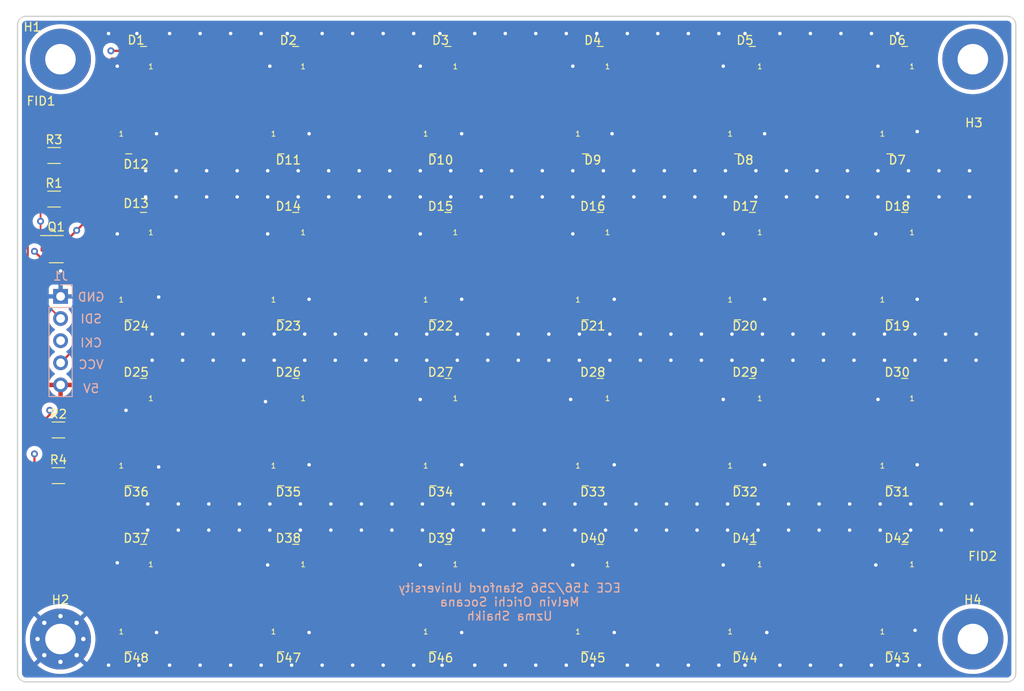
<source format=kicad_pcb>
(kicad_pcb (version 20211014) (generator pcbnew)
  (layers (0 "F.Cu" signal) (1 "In1.Cu" power) (2 "In2.Cu" power) (31 "B.Cu" signal) (34 "B.Paste" user) (35 "F.Paste" user) (36 "B.SilkS" user "B.Silkscreen") (37 "F.SilkS" user "F.Silkscreen") (38 "B.Mask" user) (39 "F.Mask" user) (44 "Edge.Cuts" user))
  (net 0 "")
  (net 1 "+5VD")
  (net 2 "/CKI")
  (net 3 "GND")
  (net 6 "Net-(D1-Pad2)")
  (net 7 "Net-(D1-Pad3)")
  (net 8 "Net-(D2-Pad2)")
  (net 9 "Net-(D2-Pad3)")
  (net 10 "Net-(D3-Pad2)")
  (net 11 "Net-(D3-Pad3)")
  (net 12 "Net-(D4-Pad2)")
  (net 13 "Net-(D4-Pad3)")
  (net 14 "Net-(D5-Pad2)")
  (net 15 "Net-(D5-Pad3)")
  (net 16 "Net-(D6-Pad2)")
  (net 17 "Net-(D6-Pad3)")
  (net 18 "Net-(D7-Pad2)")
  (net 19 "Net-(D7-Pad3)")
  (net 20 "Net-(D8-Pad2)")
  (net 21 "Net-(D8-Pad3)")
  (net 22 "Net-(D10-Pad5)")
  (net 23 "Net-(D10-Pad4)")
  (net 24 "Net-(D10-Pad2)")
  (net 25 "Net-(D10-Pad3)")
  (net 26 "Net-(D11-Pad2)")
  (net 27 "Net-(D11-Pad3)")
  (net 28 "Net-(D12-Pad2)")
  (net 29 "Net-(D12-Pad3)")
  (net 30 "Net-(D13-Pad2)")
  (net 31 "Net-(D13-Pad3)")
  (net 32 "Net-(D14-Pad2)")
  (net 33 "Net-(D14-Pad3)")
  (net 34 "Net-(D15-Pad2)")
  (net 35 "Net-(D15-Pad3)")
  (net 36 "Net-(D16-Pad2)")
  (net 37 "Net-(D16-Pad3)")
  (net 38 "Net-(D17-Pad2)")
  (net 39 "Net-(D17-Pad3)")
  (net 40 "Net-(D18-Pad2)")
  (net 41 "Net-(D18-Pad3)")
  (net 42 "Net-(D19-Pad2)")
  (net 43 "Net-(D19-Pad3)")
  (net 44 "Net-(D20-Pad2)")
  (net 45 "Net-(D20-Pad3)")
  (net 46 "Net-(D21-Pad2)")
  (net 47 "Net-(D21-Pad3)")
  (net 48 "Net-(D22-Pad2)")
  (net 49 "Net-(D22-Pad3)")
  (net 50 "Net-(D23-Pad2)")
  (net 51 "Net-(D23-Pad3)")
  (net 52 "Net-(D24-Pad2)")
  (net 53 "Net-(D24-Pad3)")
  (net 54 "Net-(D25-Pad2)")
  (net 55 "Net-(D25-Pad3)")
  (net 56 "Net-(D26-Pad2)")
  (net 57 "Net-(D26-Pad3)")
  (net 58 "Net-(D27-Pad2)")
  (net 59 "Net-(D27-Pad3)")
  (net 60 "Net-(D28-Pad2)")
  (net 61 "Net-(D28-Pad3)")
  (net 62 "Net-(D29-Pad2)")
  (net 63 "Net-(D29-Pad3)")
  (net 64 "Net-(D30-Pad2)")
  (net 65 "Net-(D30-Pad3)")
  (net 66 "Net-(D31-Pad2)")
  (net 67 "Net-(D31-Pad3)")
  (net 68 "Net-(D32-Pad2)")
  (net 69 "Net-(D32-Pad3)")
  (net 70 "Net-(D33-Pad2)")
  (net 71 "Net-(D33-Pad3)")
  (net 72 "Net-(D34-Pad2)")
  (net 73 "Net-(D34-Pad3)")
  (net 74 "Net-(D35-Pad2)")
  (net 75 "Net-(D35-Pad3)")
  (net 76 "Net-(D36-Pad2)")
  (net 77 "Net-(D36-Pad3)")
  (net 78 "Net-(D37-Pad2)")
  (net 79 "Net-(D37-Pad3)")
  (net 80 "Net-(D38-Pad2)")
  (net 81 "Net-(D38-Pad3)")
  (net 82 "Net-(D39-Pad2)")
  (net 83 "Net-(D39-Pad3)")
  (net 84 "Net-(D40-Pad2)")
  (net 85 "Net-(D40-Pad3)")
  (net 86 "Net-(D41-Pad2)")
  (net 87 "Net-(D41-Pad3)")
  (net 88 "Net-(D42-Pad2)")
  (net 89 "Net-(D42-Pad3)")
  (net 90 "Net-(D43-Pad2)")
  (net 91 "Net-(D43-Pad3)")
  (net 92 "Net-(D44-Pad2)")
  (net 93 "Net-(D44-Pad3)")
  (net 94 "Net-(D45-Pad2)")
  (net 95 "Net-(D45-Pad3)")
  (net 96 "Net-(D46-Pad2)")
  (net 97 "Net-(D46-Pad3)")
  (net 98 "Net-(D47-Pad2)")
  (net 99 "Net-(D47-Pad3)")
  (net 100 "/SDI")
  (net 101 "/SDI_M")
  (net 102 "/CKI_M")
  (net 103 "VCC")
  (footprint "LED_SMD:LED-APA102-2020" (layer "F.Cu") (at 237.997893 148.260393)
    (fp_text reference "D32")
    (fp_text value "APA102-2020")
  )
  (footprint "Resistor_SMD:R_1206_3216Metric_Pad1.30x1.75mm_HandSolder" (layer "F.Cu") (at 159.25 143.25)
    (fp_text reference "R2")
    (fp_text value "560Ω")
  )
  (footprint "LED_SMD:LED-APA102-2020" (layer "F.Cu") (at 237.997893 167.310393)
    (fp_text reference "D44")
    (fp_text value "APA102-2020")
  )
  (footprint "LED_SMD:LED-APA102-2020" (layer "F.Cu") (at 203.077893 119.685393 180)
    (fp_text reference "D15")
    (fp_text value "APA102-2020")
  )
  (footprint "Resistor_SMD:R_1206_3216Metric_Pad1.30x1.75mm_HandSolder" (layer "F.Cu") (at 159.25 148.5)
    (fp_text reference "R4")
    (fp_text value "560Ω")
  )
  (footprint "LED_SMD:LED-APA102-2020" (layer "F.Cu") (at 203.077893 110.160393)
    (fp_text reference "D10")
    (fp_text value "APA102-2020")
  )
  (footprint "LED_SMD:LED-APA102-2020" (layer "F.Cu") (at 168.157893 119.685393 180)
    (fp_text reference "D13")
    (fp_text value "APA102-2020")
  )
  (footprint "LED_SMD:LED-APA102-2020" (layer "F.Cu") (at 220.537893 148.260393)
    (fp_text reference "D33")
    (fp_text value "APA102-2020")
  )
  (footprint "LED_SMD:LED-APA102-2020" (layer "F.Cu") (at 237.997893 129.210393)
    (fp_text reference "D20")
    (fp_text value "APA102-2020")
  )
  (footprint "LED_SMD:LED-APA102-2020" (layer "F.Cu") (at 168.157893 167.310393)
    (fp_text reference "D48")
    (fp_text value "APA102-2020")
  )
  (footprint "Fiducial:Fiducial_0.5mm_Mask1mm" (layer "F.Cu") (at 265.25 159.25)
    (fp_text reference "FID2")
    (fp_text value "Fiducial")
  )
  (footprint "LED_SMD:LED-APA102-2020" (layer "F.Cu") (at 237.997893 119.685393 180)
    (fp_text reference "D17")
    (fp_text value "APA102-2020")
  )
  (footprint "LED_SMD:LED-APA102-2020" (layer "F.Cu") (at 203.077893 167.310393)
    (fp_text reference "D46")
    (fp_text value "APA102-2020")
  )
  (footprint "LED_SMD:LED-APA102-2020" (layer "F.Cu") (at 255.457893 167.310393)
    (fp_text reference "D43")
    (fp_text value "APA102-2020")
  )
  (footprint "LED_SMD:LED-APA102-2020" (layer "F.Cu") (at 185.617893 110.160393)
    (fp_text reference "D11")
    (fp_text value "APA102-2020")
  )
  (footprint "LED_SMD:LED-APA102-2020" (layer "F.Cu") (at 220.537893 157.785393 180)
    (fp_text reference "D40")
    (fp_text value "APA102-2020")
  )
  (footprint "LED_SMD:LED-APA102-2020" (layer "F.Cu") (at 203.077893 157.785393 180)
    (fp_text reference "D39")
    (fp_text value "APA102-2020")
  )
  (footprint "LED_SMD:LED-APA102-2020" (layer "F.Cu") (at 203.077893 148.260393)
    (fp_text reference "D34")
    (fp_text value "APA102-2020")
  )
  (footprint "LED_SMD:LED-APA102-2020" (layer "F.Cu") (at 255.457893 148.260393)
    (fp_text reference "D31")
    (fp_text value "APA102-2020")
  )
  (footprint "LED_SMD:LED-APA102-2020" (layer "F.Cu") (at 220.537893 129.210393)
    (fp_text reference "D21")
    (fp_text value "APA102-2020")
  )
  (footprint "LED_SMD:LED-APA102-2020" (layer "F.Cu") (at 220.537893 119.685393 180)
    (fp_text reference "D16")
    (fp_text value "APA102-2020")
  )
  (footprint "MountingHole:MountingHole_3.5mm_Pad_Via" (layer "F.Cu") (at 159.482893 167.247893)
    (fp_text reference "H2")
    (fp_text value "MountingHole_Pad")
  )
  (footprint "LED_SMD:LED-APA102-2020" (layer "F.Cu") (at 168.157893 138.735393 180)
    (fp_text reference "D25")
    (fp_text value "APA102-2020")
  )
  (footprint "LED_SMD:LED-APA102-2020" (layer "F.Cu") (at 220.537893 100.635393 180)
    (fp_text reference "D4")
    (fp_text value "APA102-2020")
  )
  (footprint "LED_SMD:LED-APA102-2020" (layer "F.Cu") (at 255.457893 110.160393)
    (fp_text reference "D7")
    (fp_text value "APA102-2020")
  )
  (footprint "Resistor_SMD:R_1206_3216Metric_Pad1.30x1.75mm_HandSolder" (layer "F.Cu") (at 158.75 111.75)
    (fp_text reference "R3")
    (fp_text value "560Ω")
  )
  (footprint "LED_SMD:LED-APA102-2020" (layer "F.Cu") (at 255.457893 100.635393 180)
    (fp_text reference "D6")
    (fp_text value "APA102-2020")
  )
  (footprint "LED_SMD:LED-APA102-2020" (layer "F.Cu") (at 168.157893 100.635393 180)
    (fp_text reference "D1")
    (fp_text value "APA102-2020")
  )
  (footprint "LED_SMD:LED-APA102-2020" (layer "F.Cu") (at 237.997893 138.735393 180)
    (fp_text reference "D29")
    (fp_text value "APA102-2020")
  )
  (footprint "LED_SMD:LED-APA102-2020" (layer "F.Cu") (at 185.617893 148.260393)
    (fp_text reference "D35")
    (fp_text value "APA102-2020")
  )
  (footprint "Fiducial:Fiducial_0.5mm_Mask1mm" (layer "F.Cu") (at 157.25 107)
    (fp_text reference "FID1")
    (fp_text value "Fiducial")
  )
  (footprint "Package_TO_SOT_SMD:SOT-23-6" (layer "F.Cu") (at 159 122.5)
    (fp_text reference "Q1")
    (fp_text value "2N7002D")
  )
  (footprint "LED_SMD:LED-APA102-2020" (layer "F.Cu") (at 168.157893 148.260393)
    (fp_text reference "D36")
    (fp_text value "APA102-2020")
  )
  (footprint "LED_SMD:LED-APA102-2020" (layer "F.Cu") (at 185.617893 138.735393 180)
    (fp_text reference "D26")
    (fp_text value "APA102-2020")
  )
  (footprint "LED_SMD:LED-APA102-2020" (layer "F.Cu") (at 185.617893 157.785393 180)
    (fp_text reference "D38")
    (fp_text value "APA102-2020")
  )
  (footprint "LED_SMD:LED-APA102-2020" (layer "F.Cu") (at 185.617893 129.210393)
    (fp_text reference "D23")
    (fp_text value "APA102-2020")
  )
  (footprint "LED_SMD:LED-APA102-2020" (layer "F.Cu") (at 237.997893 110.160393)
    (fp_text reference "D8")
    (fp_text value "APA102-2020")
  )
  (footprint "LED_SMD:LED-APA102-2020" (layer "F.Cu") (at 255.457893 138.735393 180)
    (fp_text reference "D30")
    (fp_text value "APA102-2020")
  )
  (footprint "LED_SMD:LED-APA102-2020" (layer "F.Cu") (at 255.457893 119.685393 180)
    (fp_text reference "D18")
    (fp_text value "APA102-2020")
  )
  (footprint "LED_SMD:LED-APA102-2020" (layer "F.Cu") (at 185.617893 100.635393 180)
    (fp_text reference "D2")
    (fp_text value "APA102-2020")
  )
  (footprint "LED_SMD:LED-APA102-2020" (layer "F.Cu") (at 255.457893 129.210393)
    (fp_text reference "D19")
    (fp_text value "APA102-2020")
  )
  (footprint "MountingHole:MountingHole_3.5mm_Pad" (layer "F.Cu") (at 264.132893 100.697893)
    (fp_text reference "H3")
    (fp_text value "MountingHole")
  )
  (footprint "LED_SMD:LED-APA102-2020" (layer "F.Cu") (at 220.537893 138.735393 180)
    (fp_text reference "D28")
    (fp_text value "APA102-2020")
  )
  (footprint "LED_SMD:LED-APA102-2020" (layer "F.Cu") (at 168.157893 110.160393)
    (fp_text reference "D12")
    (fp_text value "APA102-2020")
  )
  (footprint "LED_SMD:LED-APA102-2020" (layer "F.Cu") (at 203.077893 138.735393 180)
    (fp_text reference "D27")
    (fp_text value "APA102-2020")
  )
  (footprint "LED_SMD:LED-APA102-2020" (layer "F.Cu") (at 220.537893 167.310393)
    (fp_text reference "D45")
    (fp_text value "APA102-2020")
  )
  (footprint "Resistor_SMD:R_1206_3216Metric_Pad1.30x1.75mm_HandSolder" (layer "F.Cu") (at 158.75 116.75)
    (fp_text reference "R1")
    (fp_text value "560Ω")
  )
  (footprint "LED_SMD:LED-APA102-2020" (layer "F.Cu") (at 185.617893 119.685393 180)
    (fp_text reference "D14")
    (fp_text value "APA102-2020")
  )
  (footprint "LED_SMD:LED-APA102-2020" (layer "F.Cu") (at 237.997893 157.785393 180)
    (fp_text reference "D41")
    (fp_text value "APA102-2020")
  )
  (footprint "LED_SMD:LED-APA102-2020" (layer "F.Cu") (at 185.617893 167.310393)
    (fp_text reference "D47")
    (fp_text value "APA102-2020")
  )
  (footprint "LED_SMD:LED-APA102-2020" (layer "F.Cu") (at 168.157893 129.210393)
    (fp_text reference "D24")
    (fp_text value "APA102-2020")
  )
  (footprint "LED_SMD:LED-APA102-2020" (layer "F.Cu") (at 255.457893 157.785393 180)
    (fp_text reference "D42")
    (fp_text value "APA102-2020")
  )
  (footprint "LED_SMD:LED-APA102-2020" (layer "F.Cu") (at 168.157893 157.785393 180)
    (fp_text reference "D37")
    (fp_text value "APA102-2020")
  )
  (footprint "MountingHole:MountingHole_3.5mm_Pad" (layer "F.Cu") (at 264.132893 167.247893)
    (fp_text reference "H4")
    (fp_text value "MountingHole")
  )
  (footprint "LED_SMD:LED-APA102-2020" (layer "F.Cu") (at 220.537893 110.160393)
    (fp_text reference "D9")
    (fp_text value "APA102-2020")
  )
  (footprint "LED_SMD:LED-APA102-2020" (layer "F.Cu") (at 203.077893 129.210393)
    (fp_text reference "D22")
    (fp_text value "APA102-2020")
  )
  (footprint "LED_SMD:LED-APA102-2020" (layer "F.Cu") (at 203.077893 100.635393 180)
    (fp_text reference "D3")
    (fp_text value "APA102-2020")
  )
  (footprint "LED_SMD:LED-APA102-2020" (layer "F.Cu") (at 237.997893 100.635393 180)
    (fp_text reference "D5")
    (fp_text value "APA102-2020")
  )
  (footprint "MountingHole:MountingHole_3.5mm_Pad" (layer "F.Cu") (at 159.482893 100.697893)
    (fp_text reference "H1")
    (fp_text value "MountingHole")
  )
  (footprint "Connector_PinHeader_2.54mm:PinHeader_1x05_P2.54mm_Vertical" (layer "B.Cu") (at 159.5 127.925 180)
    (fp_text reference "J1")
    (fp_text value "Conn_1x05")
  )
  (gr_line (start 269.057893 96.772893) (end 269.057893 171.172893) (layer "Edge.Cuts") (width 0.15))
  (gr_arc (start 269.057893 171.172893) (mid 268.765002 171.880002) (end 268.057893 172.172893) (layer "Edge.Cuts") (width 0.15))
  (gr_arc (start 268.057893 95.772893) (mid 268.765007 96.065783) (end 269.057893 96.772893) (layer "Edge.Cuts") (width 0.15))
  (gr_arc (start 155.557893 172.172893) (mid 154.850791 171.879995) (end 154.557893 171.172893) (layer "Edge.Cuts") (width 0.15))
  (gr_line (start 155.557893 95.772893) (end 268.057893 95.772893) (layer "Edge.Cuts") (width 0.15))
  (gr_line (start 268.057893 172.172893) (end 155.557893 172.172893) (layer "Edge.Cuts") (width 0.15))
  (gr_line (start 154.557893 96.772893) (end 154.557893 171.172893) (layer "Edge.Cuts") (width 0.15))
  (gr_arc (start 154.557893 96.772893) (mid 154.850788 96.065788) (end 155.557893 95.772893) (layer "Edge.Cuts") (width 0.15))
  (gr_text "GND" (at 163 128) (layer "B.SilkS") (effects (font (size 1 1)) (justify mirror)))
  (gr_text "ECE 156/256 Stanford University\nMelvin Orichi Socana\nUzma Shaikh" (at 211 163) (layer "B.SilkS") (effects (font (size 1 1)) (justify mirror)))
  (gr_text "VCC" (at 163 135.75) (layer "B.SilkS") (effects (font (size 1 1)) (justify mirror)))
  (gr_text "CKI" (at 163 133.25) (layer "B.SilkS") (effects (font (size 1 1)) (justify mirror)))
  (gr_text "SDI" (at 163 130.5) (layer "B.SilkS") (effects (font (size 1 1)) (justify mirror)))
  (gr_text "5V" (at 163 138.5) (layer "B.SilkS") (effects (font (size 1 1)) (justify mirror)))
  (segment (start 202.227893 109.260393) (end 202.227893 107.272107) (width 0.2) (layer "F.Cu") (net 1))
  (segment (start 185.617893 147.430393) (end 184.837893 147.430393) (width 0.2) (layer "F.Cu") (net 1))
  (segment (start 203.857893 158.615393) (end 203.927893 158.685393) (width 0.2) (layer "F.Cu") (net 1))
  (segment (start 202.297893 109.330393) (end 202.227893 109.260393) (width 0.2) (layer "F.Cu") (net 1))
  (segment (start 184.767893 109.260393) (end 184.767893 107.267893) (width 0.2) (layer "F.Cu") (net 1))
  (segment (start 168.5 107.5) (end 169.007893 106.992107) (width 0.2) (layer "F.Cu") (net 1))
  (segment (start 238.067893 139.635393) (end 237.997893 139.565393) (width 0.2) (layer "F.Cu") (net 1))
  (segment (start 237.997893 128.380393) (end 237.217893 128.380393) (width 0.2) (layer "F.Cu") (net 1))
  (segment (start 237.147893 128.310393) (end 237.147893 126.852107) (width 0.2) (layer "F.Cu") (net 1))
  (segment (start 221.317893 158.615393) (end 221.387893 158.685393) (width 0.2) (layer "F.Cu") (net 1))
  (segment (start 219.757893 128.380393) (end 219.687893 128.310393) (width 0.2) (layer "F.Cu") (net 1))
  (segment (start 238.847893 120.585393) (end 238.067893 120.585393) (width 0.2) (layer "F.Cu") (net 1))
  (segment (start 220.607893 139.635393) (end 220.537893 139.565393) (width 0.2) (layer "F.Cu") (net 1))
  (segment (start 168.227893 101.535393) (end 168.157893 101.465393) (width 0.2) (layer "F.Cu") (net 1))
  (segment (start 169.007893 122.257893) (end 169.25 122.5) (width 0.2) (layer "F.Cu") (net 1))
  (segment (start 219.687893 164.812107) (end 219.75 164.75) (width 0.2) (layer "F.Cu") (net 1))
  (segment (start 202.227893 128.310393) (end 202.227893 126.772107) (width 0.2) (layer "F.Cu") (net 1))
  (segment (start 168.157893 158.615393) (end 168.937893 158.615393) (width 0.2) (layer "F.Cu") (net 1))
  (segment (start 256.237893 158.615393) (end 256.307893 158.685393) (width 0.2) (layer "F.Cu") (net 1))
  (segment (start 186.467893 139.635393) (end 186.467893 141.967893) (width 0.2) (layer "F.Cu") (net 1))
  (segment (start 203.927893 141.927893) (end 203.927893 139.635393) (width 0.2) (layer "F.Cu") (net 1))
  (segment (start 220.467893 166.410393) (end 220.537893 166.480393) (width 0.2) (layer "F.Cu") (net 1))
  (segment (start 256.307893 139.635393) (end 256.307893 141.942107) (width 0.2) (layer "F.Cu") (net 1))
  (segment (start 203.077893 109.330393) (end 202.297893 109.330393) (width 0.2) (layer "F.Cu") (net 1))
  (segment (start 221.387893 158.685393) (end 221.387893 160.862107) (width 0.2) (layer "F.Cu") (net 1))
  (segment (start 220.537893 158.615393) (end 221.317893 158.615393) (width 0.2) (layer "F.Cu") (net 1))
  (segment (start 185.687893 101.535393) (end 185.617893 101.465393) (width 0.2) (layer "F.Cu") (net 1))
  (segment (start 202.227893 164.772107) (end 202.25 164.75) (width 0.2) (layer "F.Cu") (net 1))
  (segment (start 168.157893 147.430393) (end 167.377893 147.430393) (width 0.2) (layer "F.Cu") (net 1))
  (segment (start 254.607893 147.360393) (end 254.607893 145.892107) (width 0.2) (layer "F.Cu") (net 1))
  (segment (start 186.467893 120.585393) (end 185.687893 120.585393) (width 0.2) (layer "F.Cu") (net 1))
  (segment (start 186.467893 139.635393) (end 185.687893 139.635393) (width 0.2) (layer "F.Cu") (net 1))
  (segment (start 256.307893 139.635393) (end 255.527893 139.635393) (width 0.2) (layer "F.Cu") (net 1))
  (segment (start 254.677893 147.430393) (end 254.607893 147.360393) (width 0.2) (layer "F.Cu") (net 1))
  (segment (start 203.927893 120.585393) (end 203.147893 120.585393) (width 0.2) (layer "F.Cu") (net 1))
  (segment (start 220.537893 128.380393) (end 219.757893 128.380393) (width 0.2) (layer "F.Cu") (net 1))
  (segment (start 237.927893 166.410393) (end 237.997893 166.480393) (width 0.2) (layer "F.Cu") (net 1))
  (segment (start 167.5 108.25) (end 168.25 108.25) (width 0.2) (layer "F.Cu") (net 1))
  (segment (start 238.847893 158.685393) (end 238.847893 160.902107) (width 0.2) (layer "F.Cu") (net 1))
  (segment (start 254.607893 109.260393) (end 254.607893 107.142107) (width 0.2) (layer "F.Cu") (net 1))
  (segment (start 221.5 139.7475) (end 221.5 141.775786) (width 0.2) (layer "F.Cu") (net 1))
  (segment (start 203.927893 158.685393) (end 203.927893 160.927893) (width 0.2) (layer "F.Cu") (net 1))
  (segment (start 219.687893 166.410393) (end 220.467893 166.410393) (width 0.2) (layer "F.Cu") (net 1))
  (segment (start 219.757893 109.330393) (end 219.687893 109.260393) (width 0.2) (layer "F.Cu") (net 1))
  (segment (start 202.227893 166.410393) (end 202.227893 164.772107) (width 0.2) (layer "F.Cu") (net 1))
  (segment (start 220.537893 147.430393) (end 219.757893 147.430393) (width 0.2) (layer "F.Cu") (net 1))
  (segment (start 220.537893 109.330393) (end 219.757893 109.330393) (width 0.2) (layer "F.Cu") (net 1))
  (segment (start 203.147893 139.635393) (end 203.077893 139.565393) (width 0.2) (layer "F.Cu") (net 1))
  (segment (start 202.227893 126.772107) (end 202.25 126.75) (width 0.2) (layer "F.Cu") (net 1))
  (segment (start 202.227893 166.410393) (end 203.007893 166.410393) (width 0.2) (layer "F.Cu") (net 1))
  (segment (start 203.147893 120.585393) (end 203.077893 120.515393) (width 0.2) (layer "F.Cu") (net 1))
  (segment (start 167.307893 108.442107) (end 167.5 108.25) (width 0.2) (layer "F.Cu") (net 1))
  (segment (start 237.997893 147.430393) (end 237.217893 147.430393) (width 0.2) (layer "F.Cu") (net 1))
  (segment (start 169.007893 158.685393) (end 169.007893 160.992107) (width 0.2) (layer "F.Cu") (net 1))
  (segment (start 167.307893 145.942107) (end 167.307893 147.360393) (width 0.2) (layer "F.Cu") (net 1))
  (segment (start 221.387893 120.585393) (end 220.607893 120.585393) (width 0.2) (layer "F.Cu") (net 1))
  (segment (start 254.677893 128.380393) (end 254.607893 128.310393) (width 0.2) (layer "F.Cu") (net 1))
  (segment (start 186.467893 122.217893) (end 186.5 122.25) (width 0.2) (layer "F.Cu") (net 1))
  (segment (start 169.007893 101.535393) (end 168.227893 101.535393) (width 0.2) (layer "F.Cu") (net 1))
  (segment (start 237.147893 107.352107) (end 237.25 107.25) (width 0.2) (layer "F.Cu") (net 1))
  (segment (start 237.217893 128.380393) (end 237.147893 128.310393) (width 0.2) (layer "F.Cu") (net 1))
  (segment (start 168.227893 120.585393) (end 168.157893 120.515393) (width 0.2) (layer "F.Cu") (net 1))
  (segment (start 238.847893 101.535393) (end 238.067893 101.535393) (width 0.2) (layer "F.Cu") (net 1))
  (segment (start 203.007893 166.410393) (end 203.077893 166.480393) (width 0.2) (layer "F.Cu") (net 1))
  (segment (start 219.687893 147.360393) (end 219.687893 145.812107) (width 0.2) (layer "F.Cu") (net 1))
  (segment (start 237.217893 147.430393) (end 237.147893 147.360393) (width 0.2) (layer "F.Cu") (net 1))
  (segment (start 254.607893 166.410393) (end 255.387893 166.410393) (width 0.2) (layer "F.Cu") (net 1))
  (segment (start 255.457893 109.330393) (end 254.677893 109.330393) (width 0.2) (layer "F.Cu") (net 1))
  (segment (start 221.387893 139.635393) (end 220.607893 139.635393) (width 0.2) (layer "F.Cu") (net 1))
  (segment (start 237.147893 166.410393) (end 237.927893 166.410393) (width 0.2) (layer "F.Cu") (net 1))
  (segment (start 221.387893 101.535393) (end 220.607893 101.535393) (width 0.2) (layer "F.Cu") (net 1))
  (segment (start 203.927893 101.535393) (end 203.927893 103.177893) (width 0.2) (layer "F.Cu") (net 1))
  (segment (start 168.157893 128.380393) (end 167.377893 128.380393) (width 0.2) (layer "F.Cu") (net 1))
  (segment (start 238.847893 120.585393) (end 238.847893 122.402107) (width 0.2) (layer "F.Cu") (net 1))
  (segment (start 184.767893 109.260393) (end 185.547893 109.260393) (width 0.2) (layer "F.Cu") (net 1))
  (segment (start 254.607893 166.410393) (end 254.607893 164.857893) (width 0.2) (layer "F.Cu") (net 1))
  (segment (start 186.467893 120.585393) (end 186.467893 122.217893) (width 0.2) (layer "F.Cu") (net 1))
  (segment (start 169.007893 120.585393) (end 168.227893 120.585393) (width 0.2) (layer "F.Cu") (net 1))
  (segment (start 255.457893 128.380393) (end 254.677893 128.380393) (width 0.2) (layer "F.Cu") (net 1))
  (segment (start 185.617893 166.480393) (end 184.837893 166.480393) (width 0.2) (layer "F.Cu") (net 1))
  (segment (start 185.617893 128.380393) (end 184.837893 128.380393) (width 0.2) (layer "F.Cu") (net 1))
  (segment (start 219.687893 109.260393) (end 219.687893 107.312107) (width 0.2) (layer "F.Cu") (net 1))
  (segment (start 255.457893 147.430393) (end 254.677893 147.430393) (width 0.2) (layer "F.Cu") (net 1))
  (segment (start 203.927893 139.635393) (end 203.147893 139.635393) (width 0.2) (layer "F.Cu") (net 1))
  (segment (start 167.307893 109.260393) (end 167.307893 108.442107) (width 0.2) (layer "F.Cu") (net 1))
  (segment (start 169.007893 139.635393) (end 169.007893 142.75) (width 0.2) (layer "F.Cu") (net 1))
  (segment (start 186.467893 160.717893) (end 186.5 160.75) (width 0.2) (layer "F.Cu") (net 1))
  (segment (start 203.077893 158.615393) (end 203.857893 158.615393) (width 0.2) (layer "F.Cu") (net 1))
  (segment (start 237.147893 147.360393) (end 237.147893 143.352107) (width 0.2) (layer "F.Cu") (net 1))
  (segment (start 254.677893 109.330393) (end 254.607893 109.260393) (width 0.2) (layer "F.Cu") (net 1))
  (segment (start 238.847893 101.535393) (end 238.847893 103.097893) (width 0.2) (layer "F.Cu") (net 1))
  (segment (start 254.607893 107.142107) (end 254.75 107) (width 0.2) (layer "F.Cu") (net 1))
  (segment (start 168.5 108) (end 168.5 107.5) (width 0.2) (layer "F.Cu") (net 1))
  (segment (start 255.527893 139.635393) (end 255.457893 139.565393) (width 0.2) (layer "F.Cu") (net 1))
  (segment (start 238.067893 120.585393) (end 237.997893 120.515393) (width 0.2) (layer "F.Cu") (net 1))
  (segment (start 203.927893 103.177893) (end 204 103.25) (width 0.2) (layer "F.Cu") (net 1))
  (segment (start 221.387893 122.387893) (end 221.5 122.5) (width 0.2) (layer "F.Cu") (net 1))
  (segment (start 184.837893 147.430393) (end 184.767893 147.360393) (width 0.2) (layer "F.Cu") (net 1))
  (segment (start 203.077893 128.380393) (end 202.297893 128.380393) (width 0.2) (layer "F.Cu") (net 1))
  (segment (start 203.927893 122.177893) (end 204 122.25) (width 0.2) (layer "F.Cu") (net 1))
  (segment (start 238.777893 158.615393) (end 238.847893 158.685393) (width 0.2) (layer "F.Cu") (net 1))
  (segment (start 184.767893 143.667893) (end 184.767893 147.360393) (width 0.2) (layer "F.Cu") (net 1))
  (segment (start 237.147893 166.410393) (end 237.147893 164.852107) (width 0.2) (layer "F.Cu") (net 1))
  (segment (start 237.147893 126.852107) (end 237.25 126.75) (width 0.2) (layer "F.Cu") (net 1))
  (segment (start 202.227893 147.360393) (end 202.227893 143.627893) (width 0.2) (layer "F.Cu") (net 1))
  (segment (start 237.147893 164.852107) (end 237.25 164.75) (width 0.2) (layer "F.Cu") (net 1))
  (segment (start 184.837893 128.380393) (end 184.767893 128.310393) (width 0.2) (layer "F.Cu") (net 1))
  (segment (start 237.997893 158.615393) (end 238.777893 158.615393) (width 0.2) (layer "F.Cu") (net 1))
  (segment (start 203.147893 101.535393) (end 203.077893 101.465393) (width 0.2) (layer "F.Cu") (net 1))
  (segment (start 255.457893 120.515393) (end 256.237893 120.515393) (width 0.2) (layer "F.Cu") (net 1))
  (segment (start 168.937893 158.615393) (end 169.007893 158.685393) (width 0.2) (layer "F.Cu") (net 1))
  (segment (start 169.007893 106.992107) (end 169.007893 101.535393) (width 0.2) (layer "F.Cu") (net 1))
  (segment (start 186.467893 101.535393) (end 185.687893 101.535393) (width 0.2) (layer "F.Cu") (net 1))
  (segment (start 168.087893 109.260393) (end 168.157893 109.330393) (width 0.2) (layer "F.Cu") (net 1))
  (segment (start 255.457893 158.615393) (end 256.237893 158.615393) (width 0.2) (layer "F.Cu") (net 1))
  (segment (start 221.387893 101.535393) (end 221.387893 103.387893) (width 0.2) (layer "F.Cu") (net 1))
  (segment (start 220.607893 120.585393) (end 220.537893 120.515393) (width 0.2) (layer "F.Cu") (net 1))
  (segment (start 160.8 148.5) (end 160.8 143.25) (width 0.5) (layer "F.Cu") (net 1))
  (segment (start 237.147893 109.260393) (end 237.147893 107.352107) (width 0.2) (layer "F.Cu") (net 1))
  (segment (start 185.687893 139.635393) (end 185.617893 139.565393) (width 0.2) (layer "F.Cu") (net 1))
  (segment (start 219.687893 128.310393) (end 219.687893 126.812107) (width 0.2) (layer "F.Cu") (net 1))
  (segment (start 220.607893 101.535393) (end 220.537893 101.465393) (width 0.2) (layer "F.Cu") (net 1))
  (segment (start 167.307893 109.260393) (end 168.087893 109.260393) (width 0.2) (layer "F.Cu") (net 1))
  (segment (start 255.527893 101.535393) (end 255.457893 101.465393) (width 0.2) (layer "F.Cu") (net 1))
  (segment (start 255.387893 166.410393) (end 255.457893 166.480393) (width 0.2) (layer "F.Cu") (net 1))
  (segment (start 254.607893 128.310393) (end 254.607893 126.857893) (width 0.2) (layer "F.Cu") (net 1))
  (segment (start 256.307893 102.807893) (end 256.5 103) (width 0.2) (layer "F.Cu") (net 1))
  (segment (start 184.837893 166.480393) (end 184.767893 166.410393) (width 0.2) (layer "F.Cu") (net 1))
  (segment (start 186.467893 158.685393) (end 185.687893 158.685393) (width 0.2) (layer "F.Cu") (net 1))
  (segment (start 256.237893 120.515393) (end 256.307893 120.585393) (width 0.2) (layer "F.Cu") (net 1))
  (segment (start 202.227893 107.272107) (end 202.25 107.25) (width 0.2) (layer "F.Cu") (net 1))
  (segment (start 184.767893 128.310393) (end 184.767893 126.767893) (width 0.2) (layer "F.Cu") (net 1))
  (segment (start 238.067893 101.535393) (end 237.997893 101.465393) (width 0.2) (layer "F.Cu") (net 1))
  (segment (start 221.387893 139.635393) (end 221.5 139.7475) (width 0.2) (layer "F.Cu") (net 1))
  (segment (start 186.467893 101.535393) (end 186.467893 103.217893) (width 0.2) (layer "F.Cu") (net 1))
  (segment (start 221.387893 103.387893) (end 221.5 103.5) (width 0.2) (layer "F.Cu") (net 1))
  (segment (start 184.767893 166.410393) (end 184.767893 164.767893) (width 0.2) (layer "F.Cu") (net 1))
  (segment (start 185.687893 120.585393) (end 185.617893 120.515393) (width 0.2) (layer "F.Cu") (net 1))
  (segment (start 185.547893 109.260393) (end 185.617893 109.330393) (width 0.2) (layer "F.Cu") (net 1))
  (segment (start 167.307893 166.410393) (end 167.307893 164.807893) (width 0.2) (layer "F.Cu") (net 1))
  (segment (start 254.607893 126.857893) (end 254.5 126.75) (width 0.2) (layer "F.Cu") (net 1))
  (segment (start 186.467893 158.685393) (end 186.467893 160.717893) (width 0.2) (layer "F.Cu") (net 1))
  (segment (start 256.307893 158.685393) (end 256.307893 160.807893) (width 0.2) (layer "F.Cu") (net 1))
  (segment (start 168.937893 139.565393) (end 169.007893 139.635393) (width 0.2) (layer "F.Cu") (net 1))
  (segment (start 203.077893 147.430393) (end 202.297893 147.430393) (width 0.2) (layer "F.Cu") (net 1))
  (segment (start 168.25 108.25) (end 168.5 108) (width 0.2) (layer "F.Cu") (net 1))
  (segment (start 185.687893 158.685393) (end 185.617893 158.615393) (width 0.2) (layer "F.Cu") (net 1))
  (segment (start 221.387893 120.585393) (end 221.387893 122.387893) (width 0.2) (layer "F.Cu") (net 1))
  (segment (start 256.307893 101.535393) (end 256.307893 102.807893) (width 0.2) (layer "F.Cu") (net 1))
  (segment (start 202.297893 147.430393) (end 202.227893 147.360393) (width 0.2) (layer "F.Cu") (net 1))
  (segment (start 167.307893 128.310393) (end 167.307893 126.807893) (width 0.2) (layer "F.Cu") (net 1))
  (segment (start 203.927893 101.535393) (end 203.147893 101.535393) (width 0.2) (layer "F.Cu") (net 1))
  (segment (start 237.147893 109.260393) (end 237.927893 109.260393) (width 0.2) (layer "F.Cu") (net 1))
  (segment (start 203.927893 120.585393) (end 203.927893 122.177893) (width 0.2) (layer "F.Cu") (net 1))
  (segment (start 219.687893 166.410393) (end 219.687893 164.812107) (width 0.2) (layer "F.Cu") (net 1))
  (segment (start 238.847893 139.635393) (end 238.067893 139.635393) (width 0.2) (layer "F.Cu") (net 1))
  (segment (start 219.687893 126.812107) (end 219.75 126.75) (width 0.2) (layer "F.Cu") (net 1))
  (segment (start 202.297893 128.380393) (end 202.227893 128.310393) (width 0.2) (layer "F.Cu") (net 1))
  (segment (start 167.377893 128.380393) (end 167.307893 128.310393) (width 0.2) (layer "F.Cu") (net 1))
  (segment (start 237.927893 109.260393) (end 237.997893 109.330393) (width 0.2) (layer "F.Cu") (net 1))
  (segment (start 167.377893 147.430393) (end 167.307893 147.360393) (width 0.2) (layer "F.Cu") (net 1))
  (segment (start 168.157893 139.565393) (end 168.937893 139.565393) (width 0.2) (layer "F.Cu") (net 1))
  (segment (start 169.007893 120.585393) (end 169.007893 122.257893) (width 0.2) (layer "F.Cu") (net 1))
  (segment (start 219.757893 147.430393) (end 219.687893 147.360393) (width 0.2) (layer "F.Cu") (net 1))
  (segment (start 219.687893 107.312107) (end 219.75 107.25) (width 0.2) (layer "F.Cu") (net 1))
  (segment (start 167.377893 166.480393) (end 167.307893 166.410393) (width 0.2) (layer "F.Cu") (net 1))
  (segment (start 256.307893 120.585393) (end 256.307893 122.442107) (width 0.2) (layer "F.Cu") (net 1))
  (segment (start 256.307893 101.535393) (end 255.527893 101.535393) (width 0.2) (layer "F.Cu") (net 1))
  (segment (start 168.157893 166.480393) (end 167.377893 166.480393) (width 0.2) (layer "F.Cu") (net 1))
  (segment (start 238.847893 141.652107) (end 238.847893 139.635393) (width 0.2) (layer "F.Cu") (net 1))
  (segment (start 254.607893 164.857893) (end 254.5 164.75) (width 0.2) (layer "F.Cu") (net 1))
  (segment (start 157.2 119.3) (end 157.2 116.75) (width 0.2) (layer "F.Cu") (net 2))
  (segment (start 157.8625 121.55) (end 157.2 120.8875) (width 0.2) (layer "F.Cu") (net 2))
  (segment (start 157.2 120.8875) (end 157.2 119.3) (width 0.2) (layer "F.Cu") (net 2))
  (via (at 157.2 119.3) (size 0.8) (drill 0.4) (layers "F.Cu" "B.Cu") (net 2))
  (segment (start 221.387893 166.410393) (end 222.910393 166.410393) (width 0.25) (layer "F.Cu") (net 3))
  (segment (start 203.077893 119.095393) (end 203.077893 117.422107) (width 0.2) (layer "F.Cu") (net 3))
  (segment (start 169.007893 147.360393) (end 170.610393 147.360393) (width 0.2) (layer "F.Cu") (net 3))
  (segment (start 218.25 158.75) (end 219.623286 158.75) (width 0.2) (layer "F.Cu") (net 3))
  (segment (start 186.467893 166.410393) (end 187.910393 166.410393) (width 0.25) (layer "F.Cu") (net 3))
  (segment (start 235.5 158.75) (end 237.083286 158.75) (width 0.2) (layer "F.Cu") (net 3))
  (segment (start 220.537893 98.462107) (end 221 98) (width 0.25) (layer "F.Cu") (net 3))
  (segment (start 235.614607 139.635393) (end 235.5 139.75) (width 0.2) (layer "F.Cu") (net 3))
  (segment (start 254.607893 158.685393) (end 253.064607 158.685393) (width 0.2) (layer "F.Cu") (net 3))
  (segment (start 257.75 147.25) (end 257 147.25) (width 0.2) (layer "F.Cu") (net 3))
  (segment (start 202.163286 158.75) (end 202.227893 158.685393) (width 0.2) (layer "F.Cu") (net 3))
  (segment (start 220.537893 117.712107) (end 220.75 117.5) (width 0.2) (layer "F.Cu") (net 3))
  (segment (start 170.5 128.25) (end 170.75 128) (width 0.2) (layer "F.Cu") (net 3))
  (segment (start 255.5 98.25) (end 255.5 97.75) (width 0.25) (layer "F.Cu") (net 3))
  (segment (start 218.114607 139.635393) (end 218 139.75) (width 0.2) (layer "F.Cu") (net 3))
  (segment (start 168.157893 169.657893) (end 168.5 170) (width 0.2) (layer "F.Cu") (net 3))
  (segment (start 256.307893 166.410393) (end 257.339607 166.410393) (width 0.25) (layer "F.Cu") (net 3))
  (segment (start 203.077893 169.672107) (end 203.077893 170.077893) (width 0.2) (layer "F.Cu") (net 3))
  (segment (start 185.617893 110.750393) (end 185.617893 112.867893) (width 0.2) (layer "F.Cu") (net 3))
  (segment (start 169.007893 166.410393) (end 170.410393 166.410393) (width 0.25) (layer "F.Cu") (net 3))
  (segment (start 237.147893 101.535393) (end 235.535393 101.535393) (width 0.2) (layer "F.Cu") (net 3))
  (segment (start 202.227893 120.585393) (end 200.914607 120.585393) (width 0.2) (layer "F.Cu") (net 3))
  (segment (start 255.457893 157.195393) (end 255.457893 155.292107) (width 0.2) (layer "F.Cu") (net 3))
  (segment (start 203.077893 136.422107) (end 203.25 136.25) (width 0.2) (layer "F.Cu") (net 3))
  (segment (start 237.997893 131.997893) (end 238.25 132.25) (width 0.2) (layer "F.Cu") (net 3))
  (segment (start 255.457893 119.095393) (end 255.457893 117.292107) (width 0.2) (layer "F.Cu") (net 3))
  (segment (start 203.077893 167.900393) (end 203.077893 169.672107) (width 0.2) (layer "F.Cu") (net 3))
  (segment (start 237.997893 154.752107) (end 238 154.75) (width 0.2) (layer "F.Cu") (net 3))
  (segment (start 220.537893 138.145393) (end 220.537893 136.212107) (width 0.2) (layer "F.Cu") (net 3))
  (segment (start 222.910393 166.410393) (end 223 166.5) (width 0.25) (layer "F.Cu") (net 3))
  (segment (start 238 98.25) (end 238 97.75) (width 0.25) (layer "F.Cu") (net 3))
  (segment (start 170.610393 147.360393) (end 170.75 147.5) (width 0.2) (layer "F.Cu") (net 3))
  (segment (start 183.364607 139.635393) (end 183 140) (width 0.2) (layer "F.Cu") (net 3))
  (segment (start 166.164607 120.585393) (end 166 120.75) (width 0.2) (layer "F.Cu") (net 3))
  (segment (start 168.157893 148.850393) (end 168.157893 150.657893) (width 0.2) (layer "F.Cu") (net 3))
  (segment (start 203 99.9675) (end 203 97.75) (width 0.25) (layer "F.Cu") (net 3))
  (segment (start 237.147893 120.585393) (end 235.664607 120.585393) (width 0.2) (layer "F.Cu") (net 3))
  (segment (start 170.75 128.25) (end 170.25 128.25) (width 0.2) (layer "F.Cu") (net 3))
  (segment (start 203.077893 157.195393) (end 203.077893 154.827893) (width 0.2) (layer "F.Cu") (net 3))
  (segment (start 170.25 128.25) (end 170.5 128.25) (width 0.2) (layer "F.Cu") (net 3))
  (segment (start 185.617893 129.800393) (end 185.617893 131.867893) (width 0.2) (layer "F.Cu") (net 3))
  (segment (start 203.077893 117.422107) (end 203.25 117.25) (width 0.2) (layer "F.Cu") (net 3))
  (segment (start 237.997893 136.002107) (end 238.25 135.75) (width 0.2) (layer "F.Cu") (net 3))
  (segment (start 185.617893 169.617893) (end 186 170) (width 0.2) (layer "F.Cu") (net 3))
  (segment (start 185.617893 100.045393) (end 185.617893 97.867893) (width 0.25) (layer "F.Cu") (net 3))
  (segment (start 168.157893 136.592107) (end 168.5 136.25) (width 0.2) (layer "F.Cu") (net 3))
  (segment (start 257.689607 128.310393) (end 257.75 128.25) (width 0.2) (layer "F.Cu") (net 3))
  (segment (start 168.157893 100.045393) (end 168.157893 98.342107) (width 0.25) (layer "F.Cu") (net 3))
  (segment (start 169.068286 128.25) (end 169.007893 128.310393) (width 0.2) (layer "F.Cu") (net 3))
  (segment (start 184.767893 139.635393) (end 183.364607 139.635393) (width 0.2) (layer "F.Cu") (net 3))
  (segment (start 219.623286 158.75) (end 219.687893 158.685393) (width 0.2) (layer "F.Cu") (net 3))
  (segment (start 188 128.25) (end 186.528286 128.25) (width 0.2) (layer "F.Cu") (net 3))
  (segment (start 220.537893 110.750393) (end 220.537893 112.962107) (width 0.2) (layer "F.Cu") (net 3))
  (segment (start 185.617893 148.850393) (end 185.617893 151.117893) (width 0.2) (layer "F.Cu") (net 3))
  (segment (start 221 98) (end 221 97.75) (width 0.25) (layer "F.Cu") (net 3))
  (segment (start 185.617893 131.867893) (end 185.75 132) (width 0.2) (layer "F.Cu") (net 3))
  (segment (start 257.339607 166.410393) (end 257.5 166.25) (width 0.25) (layer "F.Cu") (net 3))
  (segment (start 253.364607 139.635393) (end 253.25 139.75) (width 0.2) (layer "F.Cu") (net 3))
  (segment (start 185.617893 112.867893) (end 185.75 113) (width 0.2) (layer "F.Cu") (net 3))
  (segment (start 220.537893 129.800393) (end 220.537893 131.787893) (width 0.2) (layer "F.Cu") (net 3))
  (segment (start 257.489607 109.260393) (end 257.75 109) (width 0.25) (layer "F.Cu") (net 3))
  (segment (start 203.077893 100.045393) (end 203 99.9675) (width 0.25) (layer "F.Cu") (net 3))
  (segment (start 220.537893 148.850393) (end 220.537893 151.712107) (width 0.2) (layer "F.Cu") (net 3))
  (segment (start 237.997893 170.247893) (end 238 170.25) (width 0.25) (layer "F.Cu") (net 3))
  (segment (start 203.988286 128.25) (end 203.927893 128.310393) (width 0.2) (layer "F.Cu") (net 3))
  (segment (start 219.687893 101.535393) (end 218.285393 101.535393) (width 0.2) (layer "F.Cu") (net 3))
  (segment (start 205.410393 166.410393) (end 205.5 166.5) (width 0.25) (layer "F.Cu") (net 3))
  (segment (start 168.157893 131.407893) (end 168.75 132) (width 0.25) (layer "F.Cu") (net 3))
  (segment (start 168.157893 167.900393) (end 168.157893 169.657893) (width 0.2) (layer "F.Cu") (net 3))
  (segment (start 255.457893 110.750393) (end 255.457893 112.957893) (width 0.2) (layer "F.Cu") (net 3))
  (segment (start 237.997893 157.195393) (end 237.997893 154.752107) (width 0.2) (layer "F.Cu") (net 3))
  (segment (start 220.537893 131.787893) (end 220.75 132) (width 0.2) (layer "F.Cu") (net 3))
  (segment (start 221.448286 128.25) (end 221.387893 128.310393) (width 0.2) (layer "F.Cu") (net 3))
  (segment (start 203.077893 129.800393) (end 203.077893 131.827893) (width 0.2) (layer "F.Cu") (net 3))
  (segment (start 200.914607 120.585393) (end 200.75 120.75) (width 0.2) (layer "F.Cu") (net 3))
  (segment (start 220.537893 167.900393) (end 220.537893 170.212107) (width 0.25) (layer "F.Cu") (net 3))
  (segment (start 184.767893 101.535393) (end 183.535393 101.535393) (width 0.2) (layer "F.Cu") (net 3))
  (segment (start 237.997893 113.247893) (end 238 113.25) (width 0.2) (layer "F.Cu") (net 3))
  (segment (start 237.147893 139.635393) (end 235.614607 139.635393) (width 0.2) (layer "F.Cu") (net 3))
  (segment (start 253.064607 158.685393) (end 253 158.75) (width 0.2) (layer "F.Cu") (net 3))
  (segment (start 237.997893 110.750393) (end 237.997893 113.247893) (width 0.2) (layer "F.Cu") (net 3))
  (segment (start 240.410393 166.410393) (end 240.5 166.5) (width 0.25) (layer "F.Cu") (net 3))
  (segment (start 185.617893 138.145393) (end 185.617893 136.382107) (width 0.2) (layer "F.Cu") (net 3))
  (segment (start 170.410393 166.410393) (end 170.5 166.5) (width 0.25) (layer "F.Cu") (net 3))
  (segment (start 185.617893 167.900393) (end 185.617893 169.617893) (width 0.2) (layer "F.Cu") (net 3))
  (segment (start 202.227893 101.535393) (end 200.785393 101.535393) (width 0.2) (layer "F.Cu") (net 3))
  (segment (start 203.927893 109.260393) (end 205.489607 109.260393) (width 0.25) (layer "F.Cu") (net 3))
  (segment (start 256.307893 128.310393) (end 257.689607 128.310393) (width 0.2) (layer "F.Cu") (net 3))
  (segment (start 219.687893 139.635393) (end 218.114607 139.635393) (width 0.2) (layer "F.Cu") (net 3))
  (segment (start 203.927893 166.410393) (end 205.410393 166.410393) (width 0.25) (layer "F.Cu") (net 3))
  (segment (start 219.687893 120.585393) (end 218.414607 120.585393) (width 0.2) (layer "F.Cu") (net 3))
  (segment (start 253.285393 101.535393) (end 253.25 101.5) (width 0.2) (layer "F.Cu") (net 3))
  (segment (start 168.157893 110.750393) (end 168.157893 112.407893) (width 0.2) (layer "F.Cu") (net 3))
  (segment (start 187.889607 147.360393) (end 188 147.25) (width 0.2) (layer "F.Cu") (net 3))
  (segment (start 238.847893 147.360393) (end 240.139607 147.360393) (width 0.2) (layer "F.Cu") (net 3))
  (segment (start 200.75 158.75) (end 202.163286 158.75) (width 0.2) (layer "F.Cu") (net 3))
  (segment (start 203.077893 151.077893) (end 203.25 151.25) (width 0.2) (layer "F.Cu") (net 3))
  (segment (start 159.5 127.925) (end 159.5 125) (width 0.2) (layer "F.Cu") (net 3))
  (segment (start 237.997893 119.095393) (end 237.997893 117.252107) (width 0.2) (layer "F.Cu") (net 3))
  (segment (start 235.664607 120.585393) (end 235.5 120.75) (width 0.2) (layer "F.Cu") (net 3))
  (segment (start 167.307893 120.585393) (end 166.164607 120.585393) (width 0.2) (layer "F.Cu") (net 3))
  (segment (start 167.1225 158.5) (end 167.307893 158.685393) (width 0.2) (layer "F.Cu") (net 3))
  (segment (start 168.157893 150.657893) (end 168.5 151) (width 0.2) (layer "F.Cu") (net 3))
  (segment (start 255.457893 131.707893) (end 255.5 131.75) (width 0.2) (layer "F.Cu") (net 3))
  (segment (start 205.389607 147.360393) (end 205.5 147.25) (width 0.2) (layer "F.Cu") (net 3))
  (segment (start 203.927893 147.360393) (end 205.389607 147.360393) (width 0.2) (layer "F.Cu") (net 3))
  (segment (start 166 158.5) (end 167.1225 158.5) (width 0.2) (layer "F.Cu") (net 3))
  (segment (start 220.537893 157.195393) (end 220.537893 154.787893) (width 0.2) (layer "F.Cu") (net 3))
  (segment (start 218.414607 120.585393) (end 218.25 120.75) (width 0.2) (layer "F.Cu") (net 3))
  (segment (start 185.617893 119.095393) (end 185.617893 117.367893) (width 0.2) (layer "F.Cu") (net 3))
  (segment (start 183.25 158.75) (end 184.703286 158.75) (width 0.2) (layer "F.Cu") (net 3))
  (segment (start 237.997893 148.850393) (end 237.997893 150.997893) (width 0.2) (layer "F.Cu") (net 3))
  (segment (start 202.227893 139.635393) (end 200.864607 139.635393) (width 0.2) (layer "F.Cu") (net 3))
  (segment (start 256.307893 147.360393) (end 256.889607 147.360393) (width 0.2) (layer "F.Cu") (net 3))
  (segment (start 220.537893 119.095393) (end 220.537893 117.712107) (width 0.2) (layer "F.Cu") (net 3))
  (segment (start 240.239607 109.260393) (end 240.25 109.25) (width 0.25) (layer "F.Cu") (net 3))
  (segment (start 237.997893 129.800393) (end 237.997893 131.997893) (width 0.2) (layer "F.Cu") (net 3))
  (segment (start 255.457893 148.850393) (end 255.457893 150.957893) (width 0.2) (layer "F.Cu") (net 3))
  (segment (start 238.847893 166.410393) (end 240.410393 166.410393) (width 0.25) (layer "F.Cu") (net 3))
  (segment (start 222.739607 109.260393) (end 222.75 109.25) (width 0.25) (layer "F.Cu") (net 3))
  (segment (start 255.457893 98.292107) (end 255.5 98.25) (width 0.25) (layer "F.Cu") (net 3))
  (segment (start 184.767893 120.585393) (end 183.414607 120.585393) (width 0.2) (layer "F.Cu") (net 3))
  (segment (start 185.617893 157.195393) (end 185.617893 154.867893) (width 0.2) (layer "F.Cu") (net 3))
  (segment (start 256.889607 147.360393) (end 257 147.25) (width 0.2) (layer "F.Cu") (net 3))
  (segment (start 237.083286 158.75) (end 237.147893 158.685393) (width 0.2) (layer "F.Cu") (net 3))
  (segment (start 168.25 98.25) (end 168.25 97.75) (width 0.25) (layer "F.Cu") (net 3))
  (segment (start 168.157893 119.095393) (end 168.157893 117.592107) (width 0.2) (layer "F.Cu") (net 3))
  (segment (start 255.457893 138.145393) (end 255.457893 136.292107) (width 0.2) (layer "F.Cu") (net 3))
  (segment (start 203.077893 170.077893) (end 203.25 170.25) (width 0.2) (layer "F.Cu") (net 3))
  (segment (start 238.908286 128.25) (end 238.847893 128.310393) (width 0.2) (layer "F.Cu") (net 3))
  (segment (start 203.077893 131.827893) (end 203.25 132) (width 0.2) (layer "F.Cu") (net 3))
  (segment (start 168.157893 98.342107) (end 168.25 98.25) (width 0.25) (layer "F.Cu") (net 3))
  (segment (start 203.077893 112.827893) (end 203.25 113) (width 0.2) (layer "F.Cu") (net 3))
  (segment (start 187.989607 109.260393) (end 188 109.25) (width 0.2) (layer "F.Cu") (net 3))
  (segment (start 255.457893 170.207893) (end 255.5 170.25) (width 0.25) (layer "F.Cu") (net 3))
  (segment (start 255.457893 100.045393) (end 255.457893 98.292107) (width 0.25) (layer "F.Cu") (net 3))
  (segment (start 168.157893 157.195393) (end 168.157893 155.592107) (width 0.2) (layer "F.Cu") (net 3))
  (segment (start 255.457893 167.900393) (end 255.457893 170.207893) (width 0.25) (layer "F.Cu") (net 3))
  (segment (start 166.035393 101.535393) (end 166 101.5) (width 0.2) (layer "F.Cu") (net 3))
  (segment (start 238.847893 109.260393) (end 240.239607 109.260393) (width 0.25) (layer "F.Cu") (net 3))
  (segment (start 220.537893 100.045393) (end 220.537893 98.462107) (width 0.25) (layer "F.Cu") (net 3))
  (segment (start 186 170) (end 186 170.25) (width 0.2) (layer "F.Cu") (net 3))
  (segment (start 170.25 128.25) (end 169.068286 128.25) (width 0.2) (layer "F.Cu") (net 3))
  (segment (start 186.467893 109.260393) (end 187.989607 109.260393) (width 0.2) (layer "F.Cu") (net 3))
  (segment (start 205.489607 109.260393) (end 205.5 109.25) (width 0.25) (layer "F.Cu") (net 3))
  (segment (start 222.889607 147.360393) (end 223 147.25) (width 0.2) (layer "F.Cu") (net 3))
  (segment (start 168.157893 129.800393) (end 168.157893 131.407893) (width 0.25) (layer "F.Cu") (net 3))
  (segment (start 255.457893 129.800393) (end 255.457893 131.707893) (width 0.2) (layer "F.Cu") (net 3))
  (segment (start 187.910393 166.410393) (end 188 166.5) (width 0.25) (layer "F.Cu") (net 3))
  (segment (start 203.077893 138.145393) (end 203.077893 136.422107) (width 0.2) (layer "F.Cu") (net 3))
  (segment (start 221.387893 147.360393) (end 222.889607 147.360393) (width 0.2) (layer "F.Cu") (net 3))
  (segment (start 255.457893 112.957893) (end 255.5 113) (width 0.2) (layer "F.Cu") (net 3))
  (segment (start 240.139607 147.360393) (end 240.25 147.25) (width 0.2) (layer "F.Cu") (net 3))
  (segment (start 168.157893 112.407893) (end 169.25 113.5) (width 0.2) (layer "F.Cu") (net 3))
  (segment (start 218.285393 101.535393) (end 218.25 101.5) (width 0.2) (layer "F.Cu") (net 3))
  (segment (start 220.537893 136.212107) (end 220.75 136) (width 0.2) (layer "F.Cu") (net 3))
  (segment (start 185.617893 97.867893) (end 185.5 97.75) (width 0.25) (layer "F.Cu") (net 3))
  (segment (start 168.5 170) (end 168.5 170.25) (width 0.2) (layer "F.Cu") (net 3))
  (segment (start 254.607893 139.635393) (end 253.364607 139.635393) (width 0.2) (layer "F.Cu") (net 3))
  (segment (start 203.077893 148.850393) (end 203.077893 151.077893) (width 0.2) (layer "F.Cu") (net 3))
  (segment (start 167.307893 140.692107) (end 167 141) (width 0.2) (layer "F.Cu") (net 3))
  (segment (start 254.607893 101.535393) (end 253.285393 101.535393) (width 0.2) (layer "F.Cu") (net 3))
  (segment (start 221.387893 109.260393) (end 222.739607 109.260393) (width 0.25) (layer "F.Cu") (net 3))
  (segment (start 254.607893 120.585393) (end 253.164607 120.585393) (width 0.2) (layer "F.Cu") (net 3))
  (segment (start 220.537893 170.212107) (end 220.5 170.25) (width 0.25) (layer "F.Cu") (net 3))
  (segment (start 240.25 128.25) (end 238.908286 128.25) (width 0.2) (layer "F.Cu") (net 3))
  (segment (start 200.864607 139.635393) (end 200.75 139.75) (width 0.2) (layer "F.Cu") (net 3))
  (segment (start 167.307893 139.635393) (end 167.307893 140.692107) (width 0.2) (layer "F.Cu") (net 3))
  (segment (start 184.703286 158.75) (end 184.767893 158.685393) (width 0.2) (layer "F.Cu") (net 3))
  (segment (start 168.157893 155.592107) (end 168.5 155.25) (width 0.2) (layer "F.Cu") (net 3))
  (segment (start 253.164607 120.585393) (end 253 120.75) (width 0.2) (layer "F.Cu") (net 3))
  (segment (start 186.528286 128.25) (end 186.467893 128.310393) (width 0.2) (layer "F.Cu") (net 3))
  (segment (start 223 128.25) (end 221.448286 128.25) (width 0.2) (layer "F.Cu") (net 3))
  (segment (start 237.997893 98.252107) (end 238 98.25) (width 0.25) (layer "F.Cu") (net 3))
  (segment (start 237.997893 138.145393) (end 237.997893 136.002107) (width 0.2) (layer "F.Cu") (net 3))
  (segment (start 203.077893 110.750393) (end 203.077893 112.827893) (width 0.2) (layer "F.Cu") (net 3))
  (segment (start 185.617893 151.117893) (end 185.75 151.25) (width 0.2) (layer "F.Cu") (net 3))
  (segment (start 169.007893 109.260393) (end 170.489607 109.260393) (width 0.25) (layer "F.Cu") (net 3))
  (segment (start 256.307893 109.260393) (end 257.489607 109.260393) (width 0.25) (layer "F.Cu") (net 3))
  (segment (start 235.535393 101.535393) (end 235.5 101.5) (width 0.2) (layer "F.Cu") (net 3))
  (segment (start 167.307893 101.535393) (end 166.035393 101.535393) (width 0.2) (layer "F.Cu") (net 3))
  (segment (start 237.997893 100.045393) (end 237.997893 98.252107) (width 0.25) (layer "F.Cu") (net 3))
  (segment (start 200.785393 101.535393) (end 200.75 101.5) (width 0.2) (layer "F.Cu") (net 3))
  (segment (start 185.617893 136.382107) (end 185.75 136.25) (width 0.2) (layer "F.Cu") (net 3))
  (segment (start 168.157893 138.145393) (end 168.157893 136.592107) (width 0.2) (layer "F.Cu") (net 3))
  (segment (start 237.997893 167.900393) (end 237.997893 170.247893) (width 0.25) (layer "F.Cu") (net 3))
  (segment (start 183.535393 101.535393) (end 183.5 101.5) (width 0.2) (layer "F.Cu") (net 3))
  (segment (start 170.489607 109.260393) (end 170.5 109.25) (width 0.25) (layer "F.Cu") (net 3))
  (segment (start 205.5 128.25) (end 203.988286 128.25) (width 0.2) (layer "F.Cu") (net 3))
  (segment (start 168.157893 117.592107) (end 169.25 116.5) (width 0.2) (layer "F.Cu") (net 3))
  (segment (start 183.414607 120.585393) (end 183.25 120.75) (width 0.2) (layer "F.Cu") (net 3))
  (segment (start 186.467893 147.360393) (end 187.889607 147.360393) (width 0.2) (layer "F.Cu") (net 3))
  (via (at 190.5 151.75) (size 0.8) (drill 0.4) (layers "F.Cu" "B.Cu") (net 3))
  (via (at 185.5 97.75) (size 0.8) (drill 0.4) (layers "F.Cu" "B.Cu") (net 3))
  (via (at 253.25 101.5) (size 0.8) (drill 0.4) (layers "F.Cu" "B.Cu") (net 3))
  (via (at 197.5 151.75) (size 0.8) (drill 0.4) (layers "F.Cu" "B.Cu") (net 3))
  (via (at 217.5 170.25) (size 0.8) (drill 0.4) (layers "F.Cu" "B.Cu") (net 3))
  (via (at 188 128.25) (size 0.8) (drill 0.4) (layers "F.Cu" "B.Cu") (net 3))
  (via (at 258 170.25) (size 0.8) (drill 0.4) (layers "F.Cu" "B.Cu") (net 3))
  (via (at 197.25 113.5) (size 0.8) (drill 0.4) (layers "F.Cu" "B.Cu") (net 3))
  (via (at 245.5 97.75) (size 0.8) (drill 0.4) (layers "F.Cu" "B.Cu") (net 3))
  (via (at 200.75 139.75) (size 0.8) (drill 0.4) (layers "F.Cu" "B.Cu") (net 3))
  (via (at 211.25 116.5) (size 0.8) (drill 0.4) (layers "F.Cu" "B.Cu") (net 3))
  (via (at 220.5 170.25) (size 0.8) (drill 0.4) (layers "F.Cu" "B.Cu") (net 3))
  (via (at 236.5 135.25) (size 0.8) (drill 0.4) (layers "F.Cu" "B.Cu") (net 3))
  (via (at 253 158.75) (size 0.8) (drill 0.4) (layers "F.Cu" "B.Cu") (net 3))
  (via (at 188 109.25) (size 0.8) (drill 0.4) (layers "F.Cu" "B.Cu") (net 3))
  (via (at 218.25 101.5) (size 0.8) (drill 0.4) (layers "F.Cu" "B.Cu") (net 3))
  (via (at 211.5 151.75) (size 0.8) (drill 0.4) (layers "F.Cu" "B.Cu") (net 3))
  (via (at 224.5 170.25) (size 0.8) (drill 0.4) (layers "F.Cu" "B.Cu") (net 3))
  (via (at 240.25 128.25) (size 0.8) (drill 0.4) (layers "F.Cu" "B.Cu") (net 3))
  (via (at 180.5 132.25) (size 0.8) (drill 0.4) (layers "F.Cu" "B.Cu") (net 3))
  (via (at 228.75 113.5) (size 0.8) (drill 0.4) (layers "F.Cu" "B.Cu") (net 3))
  (via (at 191 135.25) (size 0.8) (drill 0.4) (layers "F.Cu" "B.Cu") (net 3))
  (via (at 169.25 113.5) (size 0.8) (drill 0.4) (layers "F.Cu" "B.Cu") (net 3))
  (via (at 200.75 120.75) (size 0.8) (drill 0.4) (layers "F.Cu" "B.Cu") (net 3))
  (via (at 205.5 166.5) (size 0.8) (drill 0.4) (layers "F.Cu" "B.Cu") (net 3))
  (via (at 190.5 154.75) (size 0.8) (drill 0.4) (layers "F.Cu" "B.Cu") (net 3))
  (via (at 252.5 170.25) (size 0.8) (drill 0.4) (layers "F.Cu" "B.Cu") (net 3))
  (via (at 187 154.75) (size 0.8) (drill 0.4) (layers "F.Cu" "B.Cu") (net 3))
  (via (at 264.5 132.25) (size 0.8) (drill 0.4) (layers "F.Cu" "B.Cu") (net 3))
  (via (at 193.75 116.5) (size 0.8) (drill 0.4) (layers "F.Cu" "B.Cu") (net 3))
  (via (at 218.25 158.75) (size 0.8) (drill 0.4) (layers "F.Cu" "B.Cu") (net 3))
  (via (at 179 170.25) (size 0.8) (drill 0.4) (layers "F.Cu" "B.Cu") (net 3))
  (via (at 257.75 147.25) (size 0.8) (drill 0.4) (layers "F.Cu" "B.Cu") (net 3))
  (via (at 250.5 132.25) (size 0.8) (drill 0.4) (layers "F.Cu" "B.Cu") (net 3))
  (via (at 200.75 101.5) (size 0.8) (drill 0.4) (layers "F.Cu" "B.Cu") (net 3))
  (via (at 238 170.25) (size 0.8) (drill 0.4) (layers "F.Cu" "B.Cu") (net 3))
  (via (at 188 147.25) (size 0.8) (drill 0.4) (layers "F.Cu" "B.Cu") (net 3))
  (via (at 240 135.25) (size 0.8) (drill 0.4) (layers "F.Cu" "B.Cu") (net 3))
  (via (at 172.75 113.5) (size 0.8) (drill 0.4) (layers "F.Cu" "B.Cu") (net 3))
  (via (at 170 135.25) (size 0.8) (drill 0.4) (layers "F.Cu" "B.Cu") (net 3))
  (via (at 257.5 135.25) (size 0.8) (drill 0.4) (layers "F.Cu" "B.Cu") (net 3))
  (via (at 263.75 116.5) (size 0.8) (drill 0.4) (layers "F.Cu" "B.Cu") (net 3))
  (via (at 236 151.75) (size 0.8) (drill 0.4) (layers "F.Cu" "B.Cu") (net 3))
  (via (at 172 97.75) (size 0.8) (drill 0.4) (layers "F.Cu" "B.Cu") (net 3))
  (via (at 212 132.25) (size 0.8) (drill 0.4) (layers "F.Cu" "B.Cu") (net 3))
  (via (at 223 128.25) (size 0.8) (drill 0.4) (layers "F.Cu" "B.Cu") (net 3))
  (via (at 257 154.75) (size 0.8) (drill 0.4) (layers "F.Cu" "B.Cu") (net 3))
  (via (at 250 151.75) (size 0.8) (drill 0.4) (layers "F.Cu" "B.Cu") (net 3))
  (via (at 242 170.25) (size 0.8) (drill 0.4) (layers "F.Cu" "B.Cu") (net 3))
  (via (at 222.5 135.25) (size 0.8) (drill 0.4) (layers "F.Cu" "B.Cu") (net 3))
  (via (at 179.75 113.5) (size 0.8) (drill 0.4) (layers "F.Cu" "B.Cu") (net 3))
  (via (at 264.5 135.25) (size 0.8) (drill 0.4) (layers "F.Cu" "B.Cu") (net 3))
  (via (at 260.25 113.5) (size 0.8) (drill 0.4) (layers "F.Cu" "B.Cu") (net 3))
  (via (at 243 154.75) (size 0.8) (drill 0.4) (layers "F.Cu" "B.Cu") (net 3))
  (via (at 250.5 135.25) (size 0.8) (drill 0.4) (layers "F.Cu" "B.Cu") (net 3))
  (via (at 229 154.75) (size 0.8) (drill 0.4) (layers "F.Cu" "B.Cu") (net 3))
  (via (at 183 140) (size 0.8) (drill 0.4) (layers "F.Cu" "B.Cu") (net 3))
  (via (at 207.75 113.5) (size 0.8) (drill 0.4) (layers "F.Cu" "B.Cu") (net 3))
  (via (at 249 97.75) (size 0.8) (drill 0.4) (layers "F.Cu" "B.Cu") (net 3))
  (via (at 235.5 158.75) (size 0.8) (drill 0.4) (layers "F.Cu" "B.Cu") (net 3))
  (via (at 217.5 97.75) (size 0.8) (drill 0.4) (layers "F.Cu" "B.Cu") (net 3))
  (via (at 180 154.75) (size 0.8) (drill 0.4) (layers "F.Cu" "B.Cu") (net 3))
  (via (at 224.5 97.75) (size 0.8) (drill 0.4) (layers "F.Cu" "B.Cu") (net 3))
  (via (at 180.5 135.25) (size 0.8) (drill 0.4) (layers "F.Cu" "B.Cu") (net 3))
  (via (at 167 141) (size 0.8) (drill 0.4) (layers "F.Cu" "B.Cu") (net 3))
  (via (at 193.75 113.5) (size 0.8) (drill 0.4) (layers "F.Cu" "B.Cu") (net 3))
  (via (at 236 154.75) (size 0.8) (drill 0.4) (layers "F.Cu" "B.Cu") (net 3))
  (via (at 235.75 116.5) (size 0.8) (drill 0.4) (layers "F.Cu" "B.Cu") (net 3))
  (via (at 182.5 170.25) (size 0.8) (drill 0.4) (layers "F.Cu" "B.Cu") (net 3))
  (via (at 218.5 151.75) (size 0.8) (drill 0.4) (layers "F.Cu" "B.Cu") (net 3))
  (via (at 246.25 116.5) (size 0.8) (drill 0.4) (layers "F.Cu" "B.Cu") (net 3))
  (via (at 170 132.25) (size 0.8) (drill 0.4) (layers "F.Cu" "B.Cu") (net 3))
  (via (at 223 166.5) (size 0.8) (drill 0.4) (layers "F.Cu" "B.Cu") (net 3))
  (via (at 218.5 154.75) (size 0.8) (drill 0.4) (layers "F.Cu" "B.Cu") (net 3))
  (via (at 240.25 109.25) (size 0.8) (drill 0.4) (layers "F.Cu" "B.Cu") (net 3))
  (via (at 200.75 158.75) (size 0.8) (drill 0.4) (layers "F.Cu" "B.Cu") (net 3))
  (via (at 189.5 170.25) (size 0.8) (drill 0.4) (layers "F.Cu" "B.Cu") (net 3))
  (via (at 183.25 116.5) (size 0.8) (drill 0.4) (layers "F.Cu" "B.Cu") (net 3))
  (via (at 205 135.25) (size 0.8) (drill 0.4) (layers "F.Cu" "B.Cu") (net 3))
  (via (at 264 154.75) (size 0.8) (drill 0.4) (layers "F.Cu" "B.Cu") (net 3))
  (via (at 215 151.75) (size 0.8) (drill 0.4) (layers "F.Cu" "B.Cu") (net 3))
  (via (at 243 151.75) (size 0.8) (drill 0.4) (layers "F.Cu" "B.Cu") (net 3))
  (via (at 260.5 154.75) (size 0.8) (drill 0.4) (layers "F.Cu" "B.Cu") (net 3))
  (via (at 214 170.25) (size 0.8) (drill 0.4) (layers "F.Cu" "B.Cu") (net 3))
  (via (at 184 132.25) (size 0.8) (drill 0.4) (layers "F.Cu" "B.Cu") (net 3))
  (via (at 218.25 116.5) (size 0.8) (drill 0.4) (layers "F.Cu" "B.Cu") (net 3))
  (via (at 225.5 154.75) (size 0.8) (drill 0.4) (layers "F.Cu" "B.Cu") (net 3))
  (via (at 200 170.25) (size 0.8) (drill 0.4) (layers "F.Cu" "B.Cu") (net 3))
  (via (at 214.75 113.5) (size 0.8) (drill 0.4) (layers "F.Cu" "B.Cu") (net 3))
  (via (at 190.25 113.5) (size 0.8) (drill 0.4) (layers "F.Cu" "B.Cu") (net 3))
  (via (at 207.75 116.5) (size 0.8) (drill 0.4) (layers "F.Cu" "B.Cu") (net 3))
  (via (at 260.5 151.75) (size 0.8) (drill 0.4) (layers "F.Cu" "B.Cu") (net 3))
  (via (at 219 132.25) (size 0.8) (drill 0.4) (layers "F.Cu" "B.Cu") (net 3))
  (via (at 247 132.25) (size 0.8) (drill 0.4) (layers "F.Cu" "B.Cu") (net 3))
  (via (at 194.5 132.25) (size 0.8) (drill 0.4) (layers "F.Cu" "B.Cu") (net 3))
  (via (at 223 147.25) (size 0.8) (drill 0.4) (layers "F.Cu" "B.Cu") (net 3))
  (via (at 240.25 147.25) (size 0.8) (drill 0.4) (layers "F.Cu" "B.Cu") (net 3))
  (via (at 183.25 120.75) (size 0.8) (drill 0.4) (layers "F.Cu" "B.Cu") (net 3))
  (via (at 175.5 170.25) (size 0.8) (drill 0.4) (layers "F.Cu" "B.Cu") (net 3))
  (via (at 229.5 132.25) (size 0.8) (drill 0.4) (layers "F.Cu" "B.Cu") (net 3))
  (via (at 225.25 113.5) (size 0.8) (drill 0.4) (layers "F.Cu" "B.Cu") (net 3))
  (via (at 242.75 116.5) (size 0.8) (drill 0.4) (layers "F.Cu" "B.Cu") (net 3))
  (via (at 183.5 101.5) (size 0.8) (drill 0.4) (layers "F.Cu" "B.Cu") (net 3))
  (via (at 187.5 132.25) (size 0.8) (drill 0.4) (layers "F.Cu" "B.Cu") (net 3))
  (via (at 208.5 132.25) (size 0.8) (drill 0.4) (layers "F.Cu" "B.Cu") (net 3))
  (via (at 254 132.25) (size 0.8) (drill 0.4) (layers "F.Cu" "B.Cu") (net 3))
  (via (at 172.75 116.5) (size 0.8) (drill 0.4) (layers "F.Cu" "B.Cu") (net 3))
  (via (at 239.5 151.75) (size 0.8) (drill 0.4) (layers "F.Cu" "B.Cu") (net 3))
  (via (at 253.25 113.5) (size 0.8) (drill 0.4) (layers "F.Cu" "B.Cu") (net 3))
  (via (at 233 132.25) (size 0.8) (drill 0.4) (layers "F.Cu" "B.Cu") (net 3))
  (via (at 250 154.75) (size 0.8) (drill 0.4) (layers "F.Cu" "B.Cu") (net 3))
  (via (at 211.5 154.75) (size 0.8) (drill 0.4) (layers "F.Cu" "B.Cu") (net 3))
  (via (at 186.75 113.5) (size 0.8) (drill 0.4) (layers "F.Cu" "B.Cu") (net 3))
  (via (at 245.5 170.25) (size 0.8) (drill 0.4) (layers "F.Cu" "B.Cu") (net 3))
  (via (at 226 132.25) (size 0.8) (drill 0.4) (layers "F.Cu" "B.Cu") (net 3))
  (via (at 229 151.75) (size 0.8) (drill 0.4) (layers "F.Cu" "B.Cu") (net 3))
  (via (at 168.25 97.75) (size 0.8) (drill 0.4) (layers "F.Cu" "B.Cu") (net 3))
  (via (at 186 170.25) (size 0.8) (drill 0.4) (layers "F.Cu" "B.Cu") (net 3))
  (via (at 235.75 113.5) (size 0.8) (drill 0.4) (layers "F.Cu" "B.Cu") (net 3))
  (via (at 225.25 116.5) (size 0.8) (drill 0.4) (layers "F.Cu" "B.Cu") (net 3))
  (via (at 196.5 97.75) (size 0.8) (drill 0.4) (layers "F.Cu" "B.Cu") (net 3))
  (via (at 187 151.75) (size 0.8) (drill 0.4) (layers "F.Cu" "B.Cu") (net 3))
  (via (at 205 132.25) (size 0.8) (drill 0.4) (layers "F.Cu" "B.Cu") (net 3))
  (via (at 233 135.25) (size 0.8) (drill 0.4) (layers "F.Cu" "B.Cu") (net 3))
  (via (at 184 135.25) (size 0.8) (drill 0.4) (layers "F.Cu" "B.Cu") (net 3))
  (via (at 175.5 97.75) (size 0.8) (drill 0.4) (layers "F.Cu" "B.Cu") (net 3))
  (via (at 196.5 170.25) (size 0.8) (drill 0.4) (layers "F.Cu" "B.Cu") (net 3))
  (via (at 165 97.75) (size 0.8) (drill 0.4) (layers "F.Cu" "B.Cu") (net 3))
  (via (at 193 170.25) (size 0.8) (drill 0.4) (layers "F.Cu" "B.Cu") (net 3))
  (via (at 240.5 166.5) (size 0.8) (drill 0.4) (layers "F.Cu" "B.Cu") (net 3))
  (via (at 205.5 109.25) (size 0.8) (drill 0.4) (layers "F.Cu" "B.Cu") (net 3))
  (via (at 176.5 151.75) (size 0.8) (drill 0.4) (layers "F.Cu" "B.Cu") (net 3))
  (via (at 257.5 132.25) (size 0.8) (drill 0.4) (layers "F.Cu" "B.Cu") (net 3))
  (via (at 203.25 170.25) (size 0.8) (drill 0.4) (layers "F.Cu" "B.Cu") (net 3))
  (via (at 169.5 151.75) (size 0.8) (drill 0.4) (layers "F.Cu" "B.Cu") (net 3))
  (via (at 193 97.75) (size 0.8) (drill 0.4) (layers "F.Cu" "B.Cu") (net 3))
  (via (at 226 135.25) (size 0.8) (drill 0.4) (layers "F.Cu" "B.Cu") (net 3))
  (via (at 208 151.75) (size 0.8) (drill 0.4) (layers "F.Cu" "B.Cu") (net 3))
  (via (at 183.5 151.75) (size 0.8) (drill 0.4) (layers "F.Cu" "B.Cu") (net 3))
  (via (at 170.75 128) (size 0.8) (drill 0.4) (layers "F.Cu" "B.Cu") (net 3))
  (via (at 166 120.75) (size 0.8) (drill 0.4) (layers "F.Cu" "B.Cu") (net 3))
  (via (at 246.5 151.75) (size 0.8) (drill 0.4) (layers "F.Cu" "B.Cu") (net 3))
  (via (at 218 139.75) (size 0.8) (drill 0.4) (layers "F.Cu" "B.Cu") (net 3))
  (via (at 194 154.75) (size 0.8) (drill 0.4) (layers "F.Cu" "B.Cu") (net 3))
  (via (at 228 170.25) (size 0.8) (drill 0.4) (layers "F.Cu" "B.Cu") (net 3))
  (via (at 211.25 113.5) (size 0.8) (drill 0.4) (layers "F.Cu" "B.Cu") (net 3))
  (via (at 249.75 116.5) (size 0.8) (drill 0.4) (layers "F.Cu" "B.Cu") (net 3))
  (via (at 204.25 113.5) (size 0.8) (drill 0.4) (layers "F.Cu" "B.Cu") (net 3))
  (via (at 257.5 166.25) (size 0.8) (drill 0.4) (layers "F.Cu" "B.Cu") (net 3))
  (via (at 173.5 132.25) (size 0.8) (drill 0.4) (layers "F.Cu" "B.Cu") (net 3))
  (via (at 215.5 132.25) (size 0.8) (drill 0.4) (layers "F.Cu" "B.Cu") (net 3))
  (via (at 264 151.75) (size 0.8) (drill 0.4) (layers "F.Cu" "B.Cu") (net 3))
  (via (at 179.75 116.5) (size 0.8) (drill 0.4) (layers "F.Cu" "B.Cu") (net 3))
  (via (at 246.5 154.75) (size 0.8) (drill 0.4) (layers "F.Cu" "B.Cu") (net 3))
  (via (at 200 97.75) (size 0.8) (drill 0.4) (layers "F.Cu" "B.Cu") (net 3))
  (via (at 205.5 128.25) (size 0.8) (drill 0.4) (layers "F.Cu" "B.Cu") (net 3))
  (via (at 177 132.25) (size 0.8) (drill 0.4) (layers "F.Cu" "B.Cu") (net 3))
  (via (at 183.25 158.75) (size 0.8) (drill 0.4) (layers "F.Cu" "B.Cu") (net 3))
  (via (at 232.25 113.5) (size 0.8) (drill 0.4) (layers "F.Cu" "B.Cu") (net 3))
  (via (at 240 132.25) (size 0.8) (drill 0.4) (layers "F.Cu" "B.Cu") (net 3))
  (via (at 239.5 154.75) (size 0.8) (drill 0.4) (layers "F.Cu" "B.Cu") (net 3))
  (via (at 214.75 116.5) (size 0.8) (drill 0.4) (layers "F.Cu" "B.Cu") (net 3))
  (via (at 200.75 116.5) (size 0.8) (drill 0.4) (layers "F.Cu" "B.Cu") (net 3))
  (via (at 168.5 170.25) (size 0.8) (drill 0.4) (layers "F.Cu" "B.Cu") (net 3))
  (via (at 173.5 135.25) (size 0.8) (drill 0.4) (layers "F.Cu" "B.Cu") (net 3))
  (via (at 180 151.75) (size 0.8) (drill 0.4) (layers "F.Cu" "B.Cu") (net 3))
  (via (at 186.75 116.5) (size 0.8) (drill 0.4) (layers "F.Cu" "B.Cu") (net 3))
  (via (at 173 154.75) (size 0.8) (drill 0.4) (layers "F.Cu" "B.Cu") (net 3))
  (via (at 208 154.75) (size 0.8) (drill 0.4) (layers "F.Cu" "B.Cu") (net 3))
  (via (at 194.5 135.25) (size 0.8) (drill 0.4) (layers "F.Cu" "B.Cu") (net 3))
  (via (at 256.75 113.5) (size 0.8) (drill 0.4) (layers "F.Cu" "B.Cu") (net 3))
  (via (at 242.75 113.5) (size 0.8) (drill 0.4) (layers "F.Cu" "B.Cu") (net 3))
  (via (at 176.25 113.5) (size 0.8) (drill 0.4) (layers "F.Cu" "B.Cu") (net 3))
  (via (at 222 154.75) (size 0.8) (drill 0.4) (layers "F.Cu" "B.Cu") (net 3))
  (via (at 207 97.75) (size 0.8) (drill 0.4) (layers "F.Cu" "B.Cu") (net 3))
  (via (at 170.5 166.5) (size 0.8) (drill 0.4) (layers "F.Cu" "B.Cu") (net 3))
  (via (at 239.25 116.5) (size 0.8) (drill 0.4) (layers "F.Cu" "B.Cu") (net 3))
  (via (at 260.25 116.5) (size 0.8) (drill 0.4) (layers "F.Cu" "B.Cu") (net 3))
  (via (at 222.5 132.25) (size 0.8) (drill 0.4) (layers "F.Cu" "B.Cu") (net 3))
  (via (at 263.75 113.5) (size 0.8) (drill 0.4) (layers "F.Cu" "B.Cu") (net 3))
  (via (at 215 154.75) (size 0.8) (drill 0.4) (layers "F.Cu" "B.Cu") (net 3))
  (via (at 201.5 132.25) (size 0.8) (drill 0.4) (layers "F.Cu" "B.Cu") (net 3))
  (via (at 222 151.75) (size 0.8) (drill 0.4) (layers "F.Cu" "B.Cu") (net 3))
  (via (at 221 97.75) (size 0.8) (drill 0.4) (layers "F.Cu" "B.Cu") (net 3))
  (via (at 212 135.25) (size 0.8) (drill 0.4) (layers "F.Cu" "B.Cu") (net 3))
  (via (at 232.25 116.5) (size 0.8) (drill 0.4) (layers "F.Cu" "B.Cu") (net 3))
  (via (at 232.5 154.75) (size 0.8) (drill 0.4) (layers "F.Cu" "B.Cu") (net 3))
  (via (at 231.5 97.75) (size 0.8) (drill 0.4) (layers "F.Cu" "B.Cu") (net 3))
  (via (at 218.25 113.5) (size 0.8) (drill 0.4) (layers "F.Cu" "B.Cu") (net 3))
  (via (at 210.5 170.25) (size 0.8) (drill 0.4) (layers "F.Cu" "B.Cu") (net 3))
  (via (at 169.25 116.5) (size 0.8) (drill 0.4) (layers "F.Cu" "B.Cu") (net 3))
  (via (at 257 151.75) (size 0.8) (drill 0.4) (layers "F.Cu" "B.Cu") (net 3))
  (via (at 238 97.75) (size 0.8) (drill 0.4) (layers "F.Cu" "B.Cu") (net 3))
  (via (at 225.5 151.75) (size 0.8) (drill 0.4) (layers "F.Cu" "B.Cu") (net 3))
  (via (at 201.5 135.25) (size 0.8) (drill 0.4) (layers "F.Cu" "B.Cu") (net 3))
  (via (at 207 170.25) (size 0.8) (drill 0.4) (layers "F.Cu" "B.Cu") (net 3))
  (via (at 204.5 151.75) (size 0.8) (drill 0.4) (layers "F.Cu" "B.Cu") (net 3))
  (via (at 182.5 97.75) (size 0.8) (drill 0.4) (layers "F.Cu" "B.Cu") (net 3))
  (via (at 204.25 116.5) (size 0.8) (drill 0.4) (layers "F.Cu" "B.Cu") (net 3))
  (via (at 208.5 135.25) (size 0.8) (drill 0.4) (layers "F.Cu" "B.Cu") (net 3))
  (via (at 159.5 125) (size 0.8) (drill 0.4) (layers "F.Cu" "B.Cu") (net 3))
  (via (at 253 120.75) (size 0.8) (drill 0.4) (layers "F.Cu" "B.Cu") (net 3))
  (via (at 247 135.25) (size 0.8) (drill 0.4) (layers "F.Cu" "B.Cu") (net 3))
  (via (at 190.25 116.5) (size 0.8) (drill 0.4) (layers "F.Cu" "B.Cu") (net 3))
  (via (at 222.75 109.25) (size 0.8) (drill 0.4) (layers "F.Cu" "B.Cu") (net 3))
  (via (at 249.75 113.5) (size 0.8) (drill 0.4) (layers "F.Cu" "B.Cu") (net 3))
  (via (at 198 132.25) (size 0.8) (drill 0.4) (layers "F.Cu" "B.Cu") (net 3))
  (via (at 255.5 170.25) (size 0.8) (drill 0.4) (layers "F.Cu" "B.Cu") (net 3))
  (via (at 177 135.25) (size 0.8) (drill 0.4) (layers "F.Cu" "B.Cu") (net 3))
  (via (at 172 170.25) (size 0.8) (drill 0.4) (layers "F.Cu" "B.Cu") (net 3))
  (via (at 210.5 97.75) (size 0.8) (drill 0.4) (layers "F.Cu" "B.Cu") (net 3))
  (via (at 201 151.75) (size 0.8) (drill 0.4) (layers "F.Cu" "B.Cu") (net 3))
  (via (at 228.75 116.5) (size 0.8) (drill 0.4) (layers "F.Cu" "B.Cu") (net 3))
  (via (at 249 170.25) (size 0.8) (drill 0.4) (layers "F.Cu" "B.Cu") (net 3))
  (via (at 179 97.75) (size 0.8) (drill 0.4) (layers "F.Cu" "B.Cu") (net 3))
  (via (at 253.25 116.5) (size 0.8) (drill 0.4) (layers "F.Cu" "B.Cu") (net 3))
  (via (at 191 132.25) (size 0.8) (drill 0.4) (layers "F.Cu" "B.Cu") (net 3))
  (via (at 176.5 154.75) (size 0.8) (drill 0.4) (layers "F.Cu" "B.Cu") (net 3))
  (via (at 214 97.75) (size 0.8) (drill 0.4) (layers "F.Cu" "B.Cu") (net 3))
  (via (at 236.5 132.25) (size 0.8) (drill 0.4) (layers "F.Cu" "B.Cu") (net 3))
  (via (at 197.5 154.75) (size 0.8) (drill 0.4) (layers "F.Cu" "B.Cu") (net 3))
  (via (at 243.5 135.25) (size 0.8) (drill 0.4) (layers "F.Cu" "B.Cu") (net 3))
  (via (at 228 97.75) (size 0.8) (drill 0.4) (layers "F.Cu" "B.Cu") (net 3))
  (via (at 165 170.25) (size 0.8) (drill 0.4) (layers "F.Cu" "B.Cu") (net 3))
  (via (at 261 132.25) (size 0.8) (drill 0.4) (layers "F.Cu" "B.Cu") (net 3))
  (via (at 235.5 139.75) (size 0.8) (drill 0.4) (layers "F.Cu" "B.Cu") (net 3))
  (via (at 183.5 154.75) (size 0.8) (drill 0.4) (layers "F.Cu" "B.Cu") (net 3))
  (via (at 254 135.25) (size 0.8) (drill 0.4) (layers "F.Cu" "B.Cu") (net 3))
  (via (at 215.5 135.25) (size 0.8) (drill 0.4) (layers "F.Cu" "B.Cu") (net 3))
  (via (at 219 135.25) (size 0.8) (drill 0.4) (layers "F.Cu" "B.Cu") (net 3))
  (via (at 197.25 116.5) (size 0.8) (drill 0.4) (layers "F.Cu" "B.Cu") (net 3))
  (via (at 188 166.5) (size 0.8) (drill 0.4) (layers "F.Cu" "B.Cu") (net 3))
  (via (at 221.75 113.5) (size 0.8) (drill 0.4) (layers "F.Cu" "B.Cu") (net 3))
  (via (at 198 135.25) (size 0.8) (drill 0.4) (layers "F.Cu" "B.Cu") (net 3))
  (via (at 242 97.75) (size 0.8) (drill 0.4) (layers "F.Cu" "B.Cu") (net 3))
  (via (at 194 151.75) (size 0.8) (drill 0.4) (layers "F.Cu" "B.Cu") (net 3))
  (via (at 235 170.25) (size 0.8) (drill 0.4) (layers "F.Cu" "B.Cu") (net 3))
  (via (at 257.75 128.25) (size 0.8) (drill 0.4) (layers "F.Cu" "B.Cu") (net 3))
  (via (at 205.5 147.25) (size 0.8) (drill 0.4) (layers "F.Cu" "B.Cu") (net 3))
  (via (at 218.25 120.75) (size 0.8) (drill 0.4) (layers "F.Cu" "B.Cu") (net 3))
  (via (at 173 151.75) (size 0.8) (drill 0.4) (layers "F.Cu" "B.Cu") (net 3))
  (via (at 201 154.75) (size 0.8) (drill 0.4) (layers "F.Cu" "B.Cu") (net 3))
  (via (at 261 135.25) (size 0.8) (drill 0.4) (layers "F.Cu" "B.Cu") (net 3))
  (via (at 243.5 132.25) (size 0.8) (drill 0.4) (layers "F.Cu" "B.Cu") (net 3))
  (via (at 232.5 151.75) (size 0.8) (drill 0.4) (layers "F.Cu" "B.Cu") (net 3))
  (via (at 204.5 154.75) (size 0.8) (drill 0.4) (layers "F.Cu" "B.Cu") (net 3))
  (via (at 252.5 97.75) (size 0.8) (drill 0.4) (layers "F.Cu" "B.Cu") (net 3))
  (via (at 187.5 135.25) (size 0.8) (drill 0.4) (layers "F.Cu" "B.Cu") (net 3))
  (via (at 253.25 139.75) (size 0.8) (drill 0.4) (layers "F.Cu" "B.Cu") (net 3))
  (via (at 189.5 97.75) (size 0.8) (drill 0.4) (layers "F.Cu" "B.Cu") (net 3))
  (via (at 170.5 109.25) (size 0.8) (drill 0.4) (layers "F.Cu" "B.Cu") (net 3))
  (via (at 235 97.75) (size 0.8) (drill 0.4) (layers "F.Cu" "B.Cu") (net 3))
  (via (at 200.75 113.5) (size 0.8) (drill 0.4) (layers "F.Cu" "B.Cu") (net 3))
  (via (at 257.75 109) (size 0.8) (drill 0.4) (layers "F.Cu" "B.Cu") (net 3))
  (via (at 255.5 97.75) (size 0.8) (drill 0.4) (layers "F.Cu" "B.Cu") (net 3))
  (via (at 183.25 113.5) (size 0.8) (drill 0.4) (layers "F.Cu" "B.Cu") (net 3))
  (via (at 166 101.5) (size 0.8) (drill 0.4) (layers "F.Cu" "B.Cu") (net 3))
  (via (at 229.5 135.25) (size 0.8) (drill 0.4) (layers "F.Cu" "B.Cu") (net 3))
  (via (at 176.25 116.5) (size 0.8) (drill 0.4) (layers "F.Cu" "B.Cu") (net 3))
  (via (at 235.5 101.5) (size 0.8) (drill 0.4) (layers "F.Cu" "B.Cu") (net 3))
  (via (at 256.75 116.5) (size 0.8) (drill 0.4) (layers "F.Cu" "B.Cu") (net 3))
  (via (at 169.5 154.75) (size 0.8) (drill 0.4) (layers "F.Cu" "B.Cu") (net 3))
  (via (at 170.75 147.5) (size 0.8) (drill 0.4) (layers "F.Cu" "B.Cu") (net 3))
  (via (at 231.5 170.25) (size 0.8) (drill 0.4) (layers "F.Cu" "B.Cu") (net 3))
  (via (at 166 158.5) (size 0.8) (drill 0.4) (layers "F.Cu" "B.Cu") (net 3))
  (via (at 203 97.75) (size 0.8) (drill 0.4) (layers "F.Cu" "B.Cu") (net 3))
  (via (at 253.5 151.75) (size 0.8) (drill 0.4) (layers "F.Cu" "B.Cu") (net 3))
  (via (at 246.25 113.5) (size 0.8) (drill 0.4) (layers "F.Cu" "B.Cu") (net 3))
  (via (at 235.5 120.75) (size 0.8) (drill 0.4) (layers "F.Cu" "B.Cu") (net 3))
  (via (at 221.75 116.5) (size 0.8) (drill 0.4) (layers "F.Cu" "B.Cu") (net 3))
  (via (at 239.25 113.5) (size 0.8) (drill 0.4) (layers "F.Cu" "B.Cu") (net 3))
  (via (at 253.5 154.75) (size 0.8) (drill 0.4) (layers "F.Cu" "B.Cu") (net 3))
  (segment (start 169.007893 100.635393) (end 184.767893 100.635393) (width 0.25) (layer "F.Cu") (net 6))
  (segment (start 169.007893 99.735393) (end 184.767893 99.735393) (width 0.25) (layer "F.Cu") (net 7))
  (segment (start 186.467893 100.635393) (end 202.227893 100.635393) (width 0.25) (layer "F.Cu") (net 8))
  (segment (start 186.467893 99.735393) (end 202.227893 99.735393) (width 0.25) (layer "F.Cu") (net 9))
  (segment (start 203.927893 100.635393) (end 219.687893 100.635393) (width 0.25) (layer "F.Cu") (net 10))
  (segment (start 203.927893 99.735393) (end 219.687893 99.735393) (width 0.25) (layer "F.Cu") (net 11))
  (segment (start 221.387893 100.635393) (end 237.147893 100.635393) (width 0.25) (layer "F.Cu") (net 12))
  (segment (start 221.387893 99.735393) (end 237.147893 99.735393) (width 0.25) (layer "F.Cu") (net 13))
  (segment (start 238.847893 100.635393) (end 254.607893 100.635393) (width 0.25) (layer "F.Cu") (net 14))
  (segment (start 238.847893 99.735393) (end 254.607893 99.735393) (width 0.25) (layer "F.Cu") (net 15))
  (segment (start 257.885393 100.635393) (end 258.75 101.5) (width 0.25) (layer "F.Cu") (net 16))
  (segment (start 258.75 109.25) (end 257.839607 110.160393) (width 0.25) (layer "F.Cu") (net 16))
  (segment (start 258.75 101.5) (end 258.75 109.25) (width 0.25) (layer "F.Cu") (net 16))
  (segment (start 257.839607 110.160393) (end 256.307893 110.160393) (width 0.25) (layer "F.Cu") (net 16))
  (segment (start 256.307893 100.635393) (end 257.885393 100.635393) (width 0.25) (layer "F.Cu") (net 16))
  (segment (start 259.5 100.75) (end 259.5 110) (width 0.25) (layer "F.Cu") (net 17))
  (segment (start 258.439607 111.060393) (end 256.307893 111.060393) (width 0.25) (layer "F.Cu") (net 17))
  (segment (start 256.307893 99.735393) (end 258.485393 99.735393) (width 0.25) (layer "F.Cu") (net 17))
  (segment (start 259.5 110) (end 258.439607 111.060393) (width 0.25) (layer "F.Cu") (net 17))
  (segment (start 258.485393 99.735393) (end 259.5 100.75) (width 0.25) (layer "F.Cu") (net 17))
  (segment (start 254.607893 110.160393) (end 238.847893 110.160393) (width 0.25) (layer "F.Cu") (net 18))
  (segment (start 254.607893 111.060393) (end 238.847893 111.060393) (width 0.25) (layer "F.Cu") (net 19))
  (segment (start 237.147893 110.160393) (end 221.387893 110.160393) (width 0.25) (layer "F.Cu") (net 20))
  (segment (start 237.147893 111.060393) (end 221.387893 111.060393) (width 0.25) (layer "F.Cu") (net 21))
  (segment (start 219.687893 110.160393) (end 203.927893 110.160393) (width 0.25) (layer "F.Cu") (net 22))
  (segment (start 219.687893 111.060393) (end 203.927893 111.060393) (width 0.25) (layer "F.Cu") (net 23))
  (segment (start 202.227893 110.160393) (end 186.467893 110.160393) (width 0.25) (layer "F.Cu") (net 24))
  (segment (start 202.227893 111.060393) (end 186.467893 111.060393) (width 0.25) (layer "F.Cu") (net 25))
  (segment (start 184.767893 110.160393) (end 169.007893 110.160393) (width 0.25) (layer "F.Cu") (net 26))
  (segment (start 184.767893 111.060393) (end 169.007893 111.060393) (width 0.25) (layer "F.Cu") (net 27))
  (segment (start 166.25 110.5) (end 166.25 119.0275) (width 0.25) (layer "F.Cu") (net 28))
  (segment (start 166.907893 119.685393) (end 167.307893 119.685393) (width 0.25) (layer "F.Cu") (net 28))
  (segment (start 167.307893 110.160393) (end 166.589607 110.160393) (width 0.25) (layer "F.Cu") (net 28))
  (segment (start 166.25 119.0275) (end 166.907893 119.685393) (width 0.25) (layer "F.Cu") (net 28))
  (segment (start 166.589607 110.160393) (end 166.25 110.5) (width 0.25) (layer "F.Cu") (net 28))
  (segment (start 167.307893 111.060393) (end 167.307893 118.785393) (width 0.25) (layer "F.Cu") (net 29))
  (segment (start 169.007893 119.685393) (end 184.767893 119.685393) (width 0.25) (layer "F.Cu") (net 30))
  (segment (start 169.007893 118.785393) (end 184.767893 118.785393) (width 0.25) (layer "F.Cu") (net 31))
  (segment (start 186.467893 119.685393) (end 202.227893 119.685393) (width 0.25) (layer "F.Cu") (net 32))
  (segment (start 186.467893 118.785393) (end 202.227893 118.785393) (width 0.25) (layer "F.Cu") (net 33))
  (segment (start 203.927893 119.685393) (end 219.687893 119.685393) (width 0.25) (layer "F.Cu") (net 34))
  (segment (start 203.927893 118.785393) (end 219.687893 118.785393) (width 0.25) (layer "F.Cu") (net 35))
  (segment (start 221.387893 119.685393) (end 237.147893 119.685393) (width 0.25) (layer "F.Cu") (net 36))
  (segment (start 221.387893 118.785393) (end 237.147893 118.785393) (width 0.25) (layer "F.Cu") (net 37))
  (segment (start 238.847893 119.685393) (end 254.607893 119.685393) (width 0.25) (layer "F.Cu") (net 38))
  (segment (start 238.847893 118.785393) (end 254.607893 118.785393) (width 0.25) (layer "F.Cu") (net 39))
  (segment (start 259.25 128.25) (end 258.289607 129.210393) (width 0.25) (layer "F.Cu") (net 40))
  (segment (start 256.307893 119.685393) (end 258.435393 119.685393) (width 0.25) (layer "F.Cu") (net 40))
  (segment (start 258.435393 119.685393) (end 259.25 120.5) (width 0.25) (layer "F.Cu") (net 40))
  (segment (start 258.289607 129.210393) (end 256.307893 129.210393) (width 0.25) (layer "F.Cu") (net 40))
  (segment (start 259.25 120.5) (end 259.25 128.25) (width 0.25) (layer "F.Cu") (net 40))
  (segment (start 260.25 119.5) (end 260.25 129.25) (width 0.25) (layer "F.Cu") (net 41))
  (segment (start 260.25 129.25) (end 259.389607 130.110393) (width 0.25) (layer "F.Cu") (net 41))
  (segment (start 259.389607 130.110393) (end 256.307893 130.110393) (width 0.25) (layer "F.Cu") (net 41))
  (segment (start 256.307893 118.785393) (end 259.535393 118.785393) (width 0.25) (layer "F.Cu") (net 41))
  (segment (start 259.535393 118.785393) (end 260.25 119.5) (width 0.25) (layer "F.Cu") (net 41))
  (segment (start 254.607893 129.210393) (end 238.847893 129.210393) (width 0.25) (layer "F.Cu") (net 42))
  (segment (start 254.607893 130.110393) (end 238.847893 130.110393) (width 0.25) (layer "F.Cu") (net 43))
  (segment (start 237.147893 129.210393) (end 221.387893 129.210393) (width 0.25) (layer "F.Cu") (net 44))
  (segment (start 237.147893 130.110393) (end 221.387893 130.110393) (width 0.25) (layer "F.Cu") (net 45))
  (segment (start 219.687893 129.210393) (end 203.927893 129.210393) (width 0.25) (layer "F.Cu") (net 46))
  (segment (start 219.687893 130.110393) (end 203.927893 130.110393) (width 0.25) (layer "F.Cu") (net 47))
  (segment (start 202.227893 129.210393) (end 186.467893 129.210393) (width 0.25) (layer "F.Cu") (net 48))
  (segment (start 202.227893 130.110393) (end 186.467893 130.110393) (width 0.25) (layer "F.Cu") (net 49))
  (segment (start 184.767893 129.210393) (end 169.007893 129.210393) (width 0.25) (layer "F.Cu") (net 50))
  (segment (start 184.767893 130.110393) (end 169.007893 130.110393) (width 0.25) (layer "F.Cu") (net 51))
  (segment (start 166.5 138.75) (end 166.514607 138.735393) (width 0.25) (layer "F.Cu") (net 52))
  (segment (start 166.789607 129.210393) (end 166.25 129.75) (width 0.25) (layer "F.Cu") (net 52))
  (segment (start 166.514607 138.735393) (end 167.307893 138.735393) (width 0.25) (layer "F.Cu") (net 52))
  (segment (start 167.307893 129.210393) (end 166.789607 129.210393) (width 0.25) (layer "F.Cu") (net 52))
  (segment (start 166.25 138.5) (end 166.5 138.75) (width 0.25) (layer "F.Cu") (net 52))
  (segment (start 166.25 129.75) (end 166.25 138.5) (width 0.25) (layer "F.Cu") (net 52))
  (segment (start 167.307893 130.110393) (end 167.307893 137.835393) (width 0.25) (layer "F.Cu") (net 53))
  (segment (start 169.007893 138.735393) (end 184.767893 138.735393) (width 0.25) (layer "F.Cu") (net 54))
  (segment (start 169.007893 137.835393) (end 184.767893 137.835393) (width 0.25) (layer "F.Cu") (net 55))
  (segment (start 186.467893 138.735393) (end 202.227893 138.735393) (width 0.25) (layer "F.Cu") (net 56))
  (segment (start 202.227893 137.835393) (end 186.467893 137.835393) (width 0.25) (layer "F.Cu") (net 57))
  (segment (start 203.927893 138.735393) (end 219.687893 138.735393) (width 0.25) (layer "F.Cu") (net 58))
  (segment (start 203.927893 137.835393) (end 219.687893 137.835393) (width 0.25) (layer "F.Cu") (net 59))
  (segment (start 221.387893 138.735393) (end 237.147893 138.735393) (width 0.25) (layer "F.Cu") (net 60))
  (segment (start 221.387893 137.835393) (end 237.147893 137.835393) (width 0.25) (layer "F.Cu") (net 61))
  (segment (start 238.847893 138.735393) (end 254.607893 138.735393) (width 0.25) (layer "F.Cu") (net 62))
  (segment (start 238.847893 137.835393) (end 254.607893 137.835393) (width 0.25) (layer "F.Cu") (net 63))
  (segment (start 258.239607 148.260393) (end 256.307893 148.260393) (width 0.25) (layer "F.Cu") (net 64))
  (segment (start 256.307893 138.735393) (end 258.235393 138.735393) (width 0.25) (layer "F.Cu") (net 64))
  (segment (start 259.25 147.25) (end 258.239607 148.260393) (width 0.25) (layer "F.Cu") (net 64))
  (segment (start 259.25 139.75) (end 259.25 147.25) (width 0.25) (layer "F.Cu") (net 64))
  (segment (start 258.235393 138.735393) (end 259.25 139.75) (width 0.25) (layer "F.Cu") (net 64))
  (segment (start 259.339607 149.160393) (end 256.307893 149.160393) (width 0.25) (layer "F.Cu") (net 65))
  (segment (start 260.25 139) (end 260.25 148.25) (width 0.25) (layer "F.Cu") (net 65))
  (segment (start 256.307893 137.835393) (end 259.085393 137.835393) (width 0.25) (layer "F.Cu") (net 65))
  (segment (start 260.25 148.25) (end 259.339607 149.160393) (width 0.25) (layer "F.Cu") (net 65))
  (segment (start 259.085393 137.835393) (end 260.25 139) (width 0.25) (layer "F.Cu") (net 65))
  (segment (start 254.607893 148.260393) (end 238.847893 148.260393) (width 0.25) (layer "F.Cu") (net 66))
  (segment (start 254.607893 149.160393) (end 238.847893 149.160393) (width 0.25) (layer "F.Cu") (net 67))
  (segment (start 237.147893 148.260393) (end 221.387893 148.260393) (width 0.25) (layer "F.Cu") (net 68))
  (segment (start 237.147893 149.160393) (end 221.387893 149.160393) (width 0.25) (layer "F.Cu") (net 69))
  (segment (start 219.687893 148.260393) (end 203.927893 148.260393) (width 0.25) (layer "F.Cu") (net 70))
  (segment (start 219.687893 149.160393) (end 203.927893 149.160393) (width 0.25) (layer "F.Cu") (net 71))
  (segment (start 202.227893 148.260393) (end 186.467893 148.260393) (width 0.25) (layer "F.Cu") (net 72))
  (segment (start 186.467893 149.160393) (end 202.227893 149.160393) (width 0.25) (layer "F.Cu") (net 73))
  (segment (start 184.767893 148.260393) (end 169.007893 148.260393) (width 0.25) (layer "F.Cu") (net 74))
  (segment (start 184.767893 149.160393) (end 169.007893 149.160393) (width 0.25) (layer "F.Cu") (net 75))
  (segment (start 166.989607 148.260393) (end 166.25 149) (width 0.25) (layer "F.Cu") (net 76))
  (segment (start 166.25 149) (end 166.25 157.5) (width 0.25) (layer "F.Cu") (net 76))
  (segment (start 166.535393 157.785393) (end 167.307893 157.785393) (width 0.25) (layer "F.Cu") (net 76))
  (segment (start 166.25 157.5) (end 166.535393 157.785393) (width 0.25) (layer "F.Cu") (net 76))
  (segment (start 167.307893 148.260393) (end 166.989607 148.260393) (width 0.25) (layer "F.Cu") (net 76))
  (segment (start 167.307893 149.160393) (end 167.307893 156.885393) (width 0.25) (layer "F.Cu") (net 77))
  (segment (start 169.007893 157.785393) (end 184.767893 157.785393) (width 0.25) (layer "F.Cu") (net 78))
  (segment (start 169.007893 156.885393) (end 184.767893 156.885393) (width 0.25) (layer "F.Cu") (net 79))
  (segment (start 186.467893 157.785393) (end 202.227893 157.785393) (width 0.25) (layer "F.Cu") (net 80))
  (segment (start 202.227893 156.885393) (end 186.467893 156.885393) (width 0.25) (layer "F.Cu") (net 81))
  (segment (start 203.927893 157.785393) (end 219.687893 157.785393) (width 0.25) (layer "F.Cu") (net 82))
  (segment (start 203.927893 156.885393) (end 219.687893 156.885393) (width 0.25) (layer "F.Cu") (net 83))
  (segment (start 221.387893 157.785393) (end 237.147893 157.785393) (width 0.25) (layer "F.Cu") (net 84))
  (segment (start 221.387893 156.885393) (end 237.147893 156.885393) (width 0.25) (layer "F.Cu") (net 85))
  (segment (start 238.847893 157.785393) (end 254.607893 157.785393) (width 0.25) (layer "F.Cu") (net 86))
  (segment (start 238.847893 156.885393) (end 254.607893 156.885393) (width 0.25) (layer "F.Cu") (net 87))
  (segment (start 258.5 166.5) (end 257.689607 167.310393) (width 0.25) (layer "F.Cu") (net 88))
  (segment (start 258.5 158.75) (end 258.5 166.5) (width 0.25) (layer "F.Cu") (net 88))
  (segment (start 257.689607 167.310393) (end 256.307893 167.310393) (width 0.25) (layer "F.Cu") (net 88))
  (segment (start 257.535393 157.785393) (end 258.5 158.75) (width 0.25) (layer "F.Cu") (net 88))
  (segment (start 256.307893 157.785393) (end 257.535393 157.785393) (width 0.25) (layer "F.Cu") (net 88))
  (segment (start 256.307893 156.885393) (end 258.385393 156.885393) (width 0.25) (layer "F.Cu") (net 89))
  (segment (start 259.5 158) (end 259.5 167.5) (width 0.25) (layer "F.Cu") (net 89))
  (segment (start 259.5 167.5) (end 258.789607 168.210393) (width 0.25) (layer "F.Cu") (net 89))
  (segment (start 258.385393 156.885393) (end 259.5 158) (width 0.25) (layer "F.Cu") (net 89))
  (segment (start 258.789607 168.210393) (end 256.307893 168.210393) (width 0.25) (layer "F.Cu") (net 89))
  (segment (start 254.607893 167.310393) (end 238.847893 167.310393) (width 0.25) (layer "F.Cu") (net 90))
  (segment (start 254.607893 168.210393) (end 238.847893 168.210393) (width 0.25) (layer "F.Cu") (net 91))
  (segment (start 237.147893 167.310393) (end 221.387893 167.310393) (width 0.25) (layer "F.Cu") (net 92))
  (segment (start 237.147893 168.210393) (end 221.387893 168.210393) (width 0.25) (layer "F.Cu") (net 93))
  (segment (start 219.687893 167.310393) (end 203.927893 167.310393) (width 0.25) (layer "F.Cu") (net 94))
  (segment (start 219.687893 168.210393) (end 203.927893 168.210393) (width 0.25) (layer "F.Cu") (net 95))
  (segment (start 202.227893 167.310393) (end 186.467893 167.310393) (width 0.25) (layer "F.Cu") (net 96))
  (segment (start 202.227893 168.210393) (end 186.467893 168.210393) (width 0.25) (layer "F.Cu") (net 97))
  (segment (start 184.767893 167.310393) (end 169.007893 167.310393) (width 0.25) (layer "F.Cu") (net 98))
  (segment (start 184.767893 168.210393) (end 169.007893 168.210393) (width 0.25) (layer "F.Cu") (net 99))
  (segment (start 156.75 124.75) (end 155.75 123.75) (width 0.2) (layer "F.Cu") (net 100))
  (segment (start 155.75 123.75) (end 155.75 113.2) (width 0.2) (layer "F.Cu") (net 100))
  (segment (start 159.5 130.465) (end 157 127.965) (width 0.2) (layer "F.Cu") (net 100))
  (segment (start 157 124.75) (end 156.75 124.75) (width 0.2) (layer "F.Cu") (net 100))
  (segment (start 155.75 113.2) (end 157.2 111.75) (width 0.2) (layer "F.Cu") (net 100))
  (segment (start 157 127.965) (end 157 124.75) (width 0.2) (layer "F.Cu") (net 100))
  (segment (start 158.8375 124.75) (end 157 124.75) (width 0.2) (layer "F.Cu") (net 100))
  (segment (start 160.1375 123.45) (end 158.8375 124.75) (width 0.2) (layer "F.Cu") (net 100))
  (segment (start 156.5 147.3) (end 157.7 148.5) (width 0.25) (layer "F.Cu") (net 101))
  (segment (start 167.307893 99.735393) (end 165.264607 99.735393) (width 0.25) (layer "F.Cu") (net 101))
  (segment (start 157.2 123.45) (end 157.8625 123.45) (width 0.25) (layer "F.Cu") (net 101))
  (segment (start 156.5 146) (end 156.5 147.3) (width 0.25) (layer "F.Cu") (net 101))
  (segment (start 156.5 122.75) (end 157.2 123.45) (width 0.25) (layer "F.Cu") (net 101))
  (via (at 165.264607 99.735393) (size 0.8) (drill 0.4) (layers "F.Cu" "B.Cu") (net 101))
  (via (at 156.5 122.75) (size 0.8) (drill 0.4) (layers "F.Cu" "B.Cu") (net 101))
  (via (at 156.5 146) (size 0.8) (drill 0.4) (layers "F.Cu" "B.Cu") (net 101))
  (segment (start 165.364607 100.635393) (end 167.307893 100.635393) (width 0.25) (layer "F.Cu") (net 102))
  (segment (start 160.1375 121.55) (end 161.34375 120.34375) (width 0.25) (layer "F.Cu") (net 102))
  (segment (start 162 105.25) (end 164.75 102.5) (width 0.25) (layer "F.Cu") (net 102))
  (segment (start 162 119.6875) (end 162 105.25) (width 0.25) (layer "F.Cu") (net 102))
  (segment (start 158.25 141) (end 158.25 141.5) (width 0.25) (layer "F.Cu") (net 102))
  (segment (start 161.34375 120.34375) (end 162 119.6875) (width 0.25) (layer "F.Cu") (net 102))
  (segment (start 164.75 101.25) (end 165.364607 100.635393) (width 0.25) (layer "F.Cu") (net 102))
  (segment (start 164.75 102.5) (end 164.75 101.25) (width 0.25) (layer "F.Cu") (net 102))
  (segment (start 158.25 141.5) (end 157.7 142.05) (width 0.25) (layer "F.Cu") (net 102))
  (segment (start 157.7 142.05) (end 157.7 143.25) (width 0.25) (layer "F.Cu") (net 102))
  (via (at 161.34375 120.34375) (size 0.8) (drill 0.4) (layers "F.Cu" "B.Cu") (net 102))
  (via (at 158.25 141) (size 0.8) (drill 0.4) (layers "F.Cu" "B.Cu") (net 102))
  (segment (start 160.521751 122.5) (end 160.1375 122.5) (width 0.25) (layer "F.Cu") (net 103))
  (segment (start 160.3 111.75) (end 160.3 116.75) (width 0.25) (layer "F.Cu") (net 103))
  (segment (start 159 118.05) (end 159 122.5) (width 0.25) (layer "F.Cu") (net 103))
  (segment (start 161.125 133.92) (end 161.125 123.103249) (width 0.25) (layer "F.Cu") (net 103))
  (segment (start 161.125 123.103249) (end 160.521751 122.5) (width 0.25) (layer "F.Cu") (net 103))
  (segment (start 159.5 135.545) (end 161.125 133.92) (width 0.25) (layer "F.Cu") (net 103))
  (segment (start 157.8625 122.5) (end 160.1375 122.5) (width 0.25) (layer "F.Cu") (net 103))
  (segment (start 160.3 116.75) (end 159 118.05) (width 0.25) (layer "F.Cu") (net 103))
  (zone (net 1) (net_name "+5VD") (layer "F.Cu") (connect_pads (clearance 0.508)) (min_thickness 0.254) (fill yes (thermal_gap 0.508) (thermal_bridge_width 0.508))
    (polygon (pts (xy 258 107.75) (xy 167.387392 107.75) (xy 165.387393 109.679851) (xy 165.465001 121.780367) (xy 257.965 121.78) (xy 257.965 127.28) (xy 165.715 127.28) (xy 165.715 141.28) (xy 257.465 141.28) (xy 257.465 146.28) (xy 165.715 146.28) (xy 165.715 159.28) (xy 167.465 160.28) (xy 257.465 160.28) (xy 257.465 165.28) (xy 166.465 165.28) (xy 159.715 162.28) (xy 159.715 140.28) (xy 157.465 140.28) (xy 157.465 136.78) (xy 162.5 136.75) (xy 162.5 107.5) (xy 167.5 102.5) (xy 257.965 102.5)))
  )
  (zone (net 3) (net_name "GND") (layer "F.Cu") (connect_pads (clearance 0.508)) (min_thickness 0.254) (fill yes (thermal_gap 0.508) (thermal_bridge_width 0.508))
    (polygon (pts (xy 266.965 155.78) (xy 167.965 155.78) (xy 167.965 150.53) (xy 260.965 150.53) (xy 260.965 136.78) (xy 167.965 136.78) (xy 167.965 131.28) (xy 260.965 131.28) (xy 260.965 117.78) (xy 167.965 117.78) (xy 167.965 112.28) (xy 266.965 112.28)))
  )
  (zone (net 3) (net_name "GND") (layer "F.Cu") (connect_pads (clearance 0.508)) (min_thickness 0.254) (fill yes (thermal_gap 0.508) (thermal_bridge_width 0.508))
    (polygon (pts (xy 258.965 171.28) (xy 163.965 171.28) (xy 163.965 169.28) (xy 258.965 169.28)))
  )
  (zone (net 3) (net_name "GND") (layer "F.Cu") (connect_pads (clearance 0.508)) (min_thickness 0.254) (fill yes (thermal_gap 0.508) (thermal_bridge_width 0.508))
    (polygon (pts (xy 258.965 98.78) (xy 163.965 98.78) (xy 163.965 96.78) (xy 258.965 96.78)))
  )
  (zone (net 3) (net_name "GND") (layer "B.Cu") (connect_pads (clearance 0.508)) (min_thickness 0.254) (fill yes (thermal_gap 0.508) (thermal_bridge_width 0.508))
    (polygon (pts (xy 270 173) (xy 153.75 173) (xy 153.75 95) (xy 270 94.75)))
  )
)
</source>
